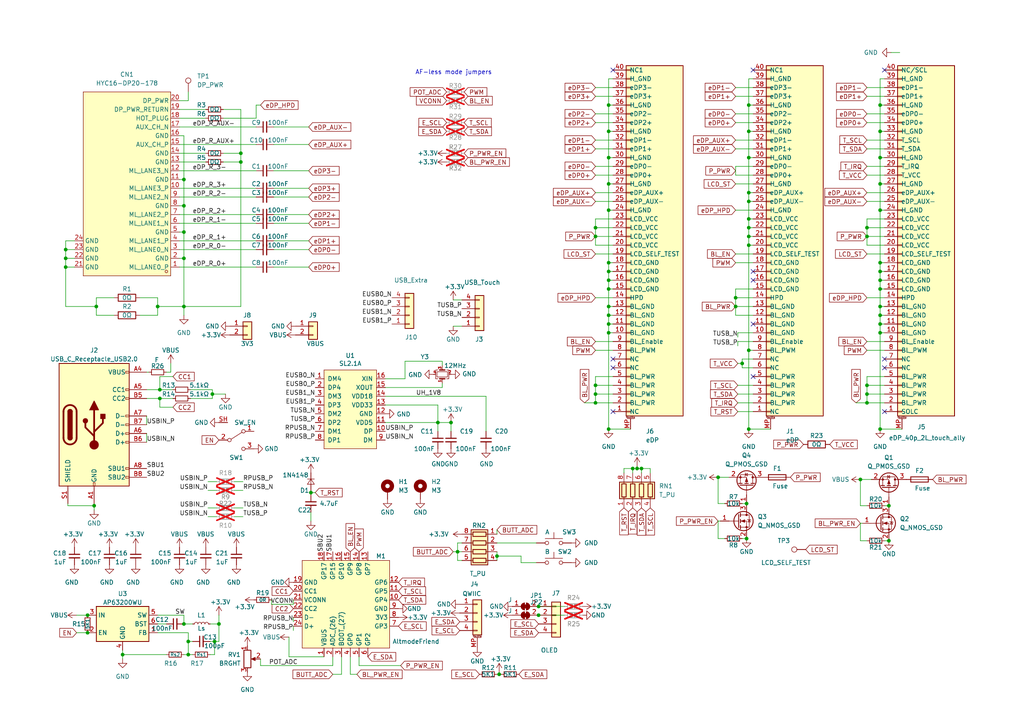
<source format=kicad_sch>
(kicad_sch (version 20231120) (generator "eeschema") (generator_version "8.0")
  (paper "A4")
  (title_block (title "EepyDP") (company "WifiCable"))
  (junction (at 255.27 81.28))
  (junction (at 156.21 175.895))
  (junction (at 176.53 30.48))
  (junction (at 176.53 93.98))
  (junction (at 251.46 116.84))
  (junction (at 27.94 88.9))
  (junction (at 217.17 45.72))
  (junction (at 255.27 60.96))
  (junction (at 54.61 189.865))
  (junction (at 127 122.555))
  (junction (at 35.56 189.865))
  (junction (at 255.27 88.9))
  (junction (at 53.34 52.07))
  (junction (at 27.305 146.685))
  (junction (at 53.34 59.69))
  (junction (at 251.46 68.58))
  (junction (at 172.72 111.76))
  (junction (at 19.05 77.47))
  (junction (at 176.53 45.72))
  (junction (at 46.355 113.03))
  (junction (at 25.4 178.435))
  (junction (at 46.355 115.57))
  (junction (at 217.17 101.6))
  (junction (at 172.72 116.84))
  (junction (at 19.05 72.39))
  (junction (at 255.27 96.52))
  (junction (at 249.555 139.065))
  (junction (at 217.17 71.12))
  (junction (at 19.05 74.93))
  (junction (at 208.28 138.43))
  (junction (at 53.34 74.93))
  (junction (at 217.17 63.5))
  (junction (at 216.535 156.21))
  (junction (at 255.27 124.46))
  (junction (at 176.53 78.74))
  (junction (at 255.27 91.44))
  (junction (at 176.53 91.44))
  (junction (at 217.17 38.1))
  (junction (at 184.785 135.89))
  (junction (at 215.265 105.41))
  (junction (at 255.27 38.1))
  (junction (at 217.17 55.88))
  (junction (at 156.21 178.435))
  (junction (at 216.535 146.05))
  (junction (at 172.72 114.3))
  (junction (at 176.53 83.82))
  (junction (at 251.46 111.76))
  (junction (at 53.34 88.9))
  (junction (at 251.46 66.04))
  (junction (at 217.17 68.58))
  (junction (at 144.78 195.58))
  (junction (at 130.81 122.555))
  (junction (at 217.17 124.46))
  (junction (at 176.53 124.46))
  (junction (at 176.53 38.1))
  (junction (at 255.27 53.34))
  (junction (at 53.34 180.975))
  (junction (at 25.4 183.515))
  (junction (at 183.515 135.89))
  (junction (at 213.36 88.9))
  (junction (at 176.53 60.96))
  (junction (at 176.53 88.9))
  (junction (at 90.17 142.875))
  (junction (at 61.595 114.3))
  (junction (at 213.36 86.36))
  (junction (at 54.61 186.055))
  (junction (at 144.145 161.29))
  (junction (at 255.27 76.2))
  (junction (at 217.17 58.42))
  (junction (at 69.85 44.45))
  (junction (at 69.85 46.99))
  (junction (at 257.81 156.845))
  (junction (at 172.72 66.04))
  (junction (at 132.715 160.02))
  (junction (at 251.46 114.3))
  (junction (at 255.27 83.82))
  (junction (at 257.81 146.685))
  (junction (at 255.27 78.74))
  (junction (at 217.17 66.04))
  (junction (at 255.27 30.48))
  (junction (at 63.5 180.975))
  (junction (at 186.055 135.89))
  (junction (at 176.53 81.28))
  (junction (at 217.17 30.48))
  (junction (at 45.72 88.9))
  (junction (at 62.23 186.055))
  (junction (at 53.34 67.31))
  (junction (at 176.53 76.2))
  (junction (at 176.53 53.34))
  (junction (at 255.27 93.98))
  (junction (at 255.27 45.72))
  (junction (at 172.72 68.58))
  (junction (at 176.53 96.52))
  (no_connect (at 256.54 104.14))
  (no_connect (at 256.54 106.68))
  (no_connect (at 218.44 93.98))
  (no_connect (at 218.44 20.32))
  (no_connect (at 177.8 119.38))
  (no_connect (at 177.8 106.68))
  (no_connect (at 177.8 104.14))
  (no_connect (at 256.54 119.38))
  (no_connect (at 256.54 20.32))
  (no_connect (at 177.8 20.32))
  (no_connect (at 218.44 109.22))
  (no_connect (at 218.44 78.74))
  (no_connect (at 218.44 81.28))
  (wire (pts (xy 74.295 34.29) (xy 64.77 34.29)))
  (wire (pts (xy 54.61 29.21) (xy 54.61 26.67)))
  (wire (pts (xy 19.685 146.685) (xy 27.305 146.685)))
  (wire (pts (xy 78.74 175.26) (xy 85.09 175.26)))
  (wire (pts (xy 251.46 111.76) (xy 251.46 109.22)))
  (wire (pts (xy 217.17 38.1) (xy 217.17 45.72)))
  (wire (pts (xy 63.5 178.435) (xy 63.5 180.975)))
  (wire (pts (xy 217.17 38.1) (xy 218.44 38.1)))
  (wire (pts (xy 54.61 189.865) (xy 55.88 189.865)))
  (wire (pts (xy 60.96 189.865) (xy 62.23 189.865)))
  (wire (pts (xy 176.53 60.96) (xy 177.8 60.96)))
  (wire (pts (xy 85.09 175.26) (xy 85.09 173.99)))
  (wire (pts (xy 251.46 58.42) (xy 256.54 58.42)))
  (wire (pts (xy 45.72 86.36) (xy 40.64 86.36)))
  (wire (pts (xy 144.145 161.29) (xy 144.145 160.02)))
  (wire (pts (xy 217.17 58.42) (xy 218.44 58.42)))
  (wire (pts (xy 19.05 88.9) (xy 27.94 88.9)))
  (wire (pts (xy 74.295 30.48) (xy 75.565 30.48)))
  (wire (pts (xy 217.17 124.46) (xy 223.52 124.46)))
  (wire (pts (xy 90.17 142.875) (xy 91.44 142.875)))
  (wire (pts (xy 251.46 71.12) (xy 251.46 68.58)))
  (wire (pts (xy 45.72 183.515) (xy 54.61 183.515)))
  (wire (pts (xy 69.85 31.75) (xy 69.85 44.45)))
  (wire (pts (xy 213.995 111.76) (xy 218.44 111.76)))
  (wire (pts (xy 52.07 77.47) (xy 74.295 77.47)))
  (wire (pts (xy 176.53 45.72) (xy 176.53 53.34)))
  (wire (pts (xy 176.53 30.48) (xy 177.8 30.48)))
  (wire (pts (xy 22.225 183.515) (xy 25.4 183.515)))
  (wire (pts (xy 53.34 74.93) (xy 53.34 88.9)))
  (wire (pts (xy 251.46 25.4) (xy 256.54 25.4)))
  (wire (pts (xy 155.575 157.48) (xy 144.145 157.48)))
  (wire (pts (xy 251.46 99.06) (xy 256.54 99.06)))
  (wire (pts (xy 215.265 105.41) (xy 215.265 104.14)))
  (wire (pts (xy 79.375 54.61) (xy 89.535 54.61)))
  (wire (pts (xy 52.07 39.37) (xy 53.34 39.37)))
  (wire (pts (xy 52.07 46.99) (xy 59.69 46.99)))
  (wire (pts (xy 213.36 86.36) (xy 213.36 88.9)))
  (wire (pts (xy 19.05 72.39) (xy 21.59 72.39)))
  (wire (pts (xy 176.53 53.34) (xy 176.53 60.96)))
  (wire (pts (xy 217.17 45.72) (xy 217.17 55.88)))
  (wire (pts (xy 144.145 153.67) (xy 144.145 154.94)))
  (wire (pts (xy 52.07 67.31) (xy 53.34 67.31)))
  (wire (pts (xy 69.85 46.99) (xy 69.85 88.9)))
  (wire (pts (xy 132.715 160.02) (xy 132.715 157.48)))
  (wire (pts (xy 251.46 114.3) (xy 256.54 114.3)))
  (wire (pts (xy 208.28 138.43) (xy 211.455 138.43)))
  (wire (pts (xy 172.72 66.04) (xy 172.72 63.5)))
  (wire (pts (xy 255.27 78.74) (xy 255.27 81.28)))
  (wire (pts (xy 117.475 109.855) (xy 117.475 104.775)))
  (wire (pts (xy 67.945 139.7) (xy 70.485 139.7)))
  (wire (pts (xy 217.17 68.58) (xy 217.17 71.12)))
  (wire (pts (xy 183.515 135.89) (xy 184.785 135.89)))
  (wire (pts (xy 69.85 44.45) (xy 69.85 46.99)))
  (wire (pts (xy 53.34 52.07) (xy 52.07 52.07)))
  (wire (pts (xy 128.27 112.395) (xy 128.27 111.125)))
  (wire (pts (xy 176.53 30.48) (xy 176.53 38.1)))
  (wire (pts (xy 67.945 147.32) (xy 70.485 147.32)))
  (wire (pts (xy 176.53 83.82) (xy 177.8 83.82)))
  (wire (pts (xy 176.53 93.98) (xy 176.53 96.52)))
  (wire (pts (xy 217.17 58.42) (xy 217.17 63.5)))
  (wire (pts (xy 155.575 163.195) (xy 151.13 163.195)))
  (wire (pts (xy 257.81 146.685) (xy 256.54 146.685)))
  (wire (pts (xy 62.865 147.32) (xy 60.325 147.32)))
  (wire (pts (xy 62.23 186.055) (xy 62.23 189.865)))
  (wire (pts (xy 172.72 86.36) (xy 177.8 86.36)))
  (wire (pts (xy 251.46 43.18) (xy 256.54 43.18)))
  (wire (pts (xy 27.305 146.05) (xy 27.305 146.685)))
  (wire (pts (xy 79.375 72.39) (xy 89.535 72.39)))
  (wire (pts (xy 52.07 36.83) (xy 74.295 36.83)))
  (wire (pts (xy 213.36 73.66) (xy 218.44 73.66)))
  (wire (pts (xy 49.53 105.41) (xy 49.53 107.95)))
  (wire (pts (xy 156.21 178.435) (xy 163.83 178.435)))
  (wire (pts (xy 176.53 91.44) (xy 176.53 93.98)))
  (wire (pts (xy 52.07 29.21) (xy 54.61 29.21)))
  (wire (pts (xy 19.05 77.47) (xy 19.05 88.9)))
  (wire (pts (xy 255.27 78.74) (xy 256.54 78.74)))
  (wire (pts (xy 251.46 63.5) (xy 256.54 63.5)))
  (wire (pts (xy 172.72 114.3) (xy 177.8 114.3)))
  (wire (pts (xy 217.17 30.48) (xy 217.17 38.1)))
  (wire (pts (xy 74.295 30.48) (xy 74.295 34.29)))
  (wire (pts (xy 50.165 109.22) (xy 46.355 109.22)))
  (wire (pts (xy 70.485 142.24) (xy 67.945 142.24)))
  (wire (pts (xy 217.17 71.12) (xy 218.44 71.12)))
  (wire (pts (xy 69.85 88.9) (xy 53.34 88.9)))
  (wire (pts (xy 255.27 38.1) (xy 255.27 45.72)))
  (wire (pts (xy 208.28 138.43) (xy 208.28 146.05)))
  (wire (pts (xy 255.27 76.2) (xy 255.27 78.74)))
  (wire (pts (xy 255.27 53.34) (xy 255.27 60.96)))
  (wire (pts (xy 111.76 122.555) (xy 127 122.555)))
  (wire (pts (xy 176.53 78.74) (xy 176.53 81.28)))
  (wire (pts (xy 255.27 88.9) (xy 255.27 91.44)))
  (wire (pts (xy 62.23 186.055) (xy 63.5 186.055)))
  (wire (pts (xy 218.44 106.68) (xy 215.265 106.68)))
  (wire (pts (xy 251.46 111.76) (xy 256.54 111.76)))
  (wire (pts (xy 53.34 39.37) (xy 53.34 52.07)))
  (wire (pts (xy 172.72 27.94) (xy 177.8 27.94)))
  (wire (pts (xy 172.72 68.58) (xy 172.72 71.12)))
  (wire (pts (xy 251.46 73.66) (xy 256.54 73.66)))
  (wire (pts (xy 127 122.555) (xy 130.81 122.555)))
  (wire (pts (xy 48.26 107.95) (xy 49.53 107.95)))
  (wire (pts (xy 255.27 60.96) (xy 256.54 60.96)))
  (wire (pts (xy 62.865 139.7) (xy 60.325 139.7)))
  (wire (pts (xy 213.995 97.79) (xy 213.995 96.52)))
  (wire (pts (xy 256.54 71.12) (xy 251.46 71.12)))
  (wire (pts (xy 216.535 146.05) (xy 215.265 146.05)))
  (wire (pts (xy 79.375 49.53) (xy 89.535 49.53)))
  (wire (pts (xy 50.165 113.03) (xy 46.355 113.03)))
  (wire (pts (xy 172.72 55.88) (xy 177.8 55.88)))
  (wire (pts (xy 19.05 69.85) (xy 19.05 72.39)))
  (wire (pts (xy 176.53 60.96) (xy 176.53 76.2)))
  (wire (pts (xy 79.375 62.23) (xy 89.535 62.23)))
  (wire (pts (xy 176.53 96.52) (xy 177.8 96.52)))
  (wire (pts (xy 176.53 81.28) (xy 177.8 81.28)))
  (wire (pts (xy 42.545 107.95) (xy 43.18 107.95)))
  (wire (pts (xy 78.74 175.26) (xy 78.74 173.99)))
  (wire (pts (xy 176.53 91.44) (xy 177.8 91.44)))
  (wire (pts (xy 217.17 101.6) (xy 218.44 101.6)))
  (wire (pts (xy 217.17 63.5) (xy 218.44 63.5)))
  (wire (pts (xy 45.72 180.975) (xy 48.26 180.975)))
  (wire (pts (xy 186.055 135.89) (xy 186.055 137.16)))
  (wire (pts (xy 176.53 38.1) (xy 176.53 45.72)))
  (wire (pts (xy 60.96 186.055) (xy 62.23 186.055)))
  (wire (pts (xy 133.985 86.995) (xy 131.445 86.995)))
  (wire (pts (xy 172.72 50.8) (xy 177.8 50.8)))
  (wire (pts (xy 251.46 114.3) (xy 251.46 116.84)))
  (wire (pts (xy 46.355 109.22) (xy 46.355 113.03)))
  (wire (pts (xy 64.77 31.75) (xy 69.85 31.75)))
  (wire (pts (xy 256.54 22.86) (xy 255.27 22.86)))
  (wire (pts (xy 53.34 67.31) (xy 53.34 59.69)))
  (wire (pts (xy 213.36 48.26) (xy 218.44 48.26)))
  (wire (pts (xy 255.27 81.28) (xy 256.54 81.28)))
  (wire (pts (xy 46.355 115.57) (xy 42.545 115.57)))
  (wire (pts (xy 132.715 162.56) (xy 132.715 160.02)))
  (wire (pts (xy 215.265 104.14) (xy 218.44 104.14)))
  (wire (pts (xy 184.785 135.89) (xy 186.055 135.89)))
  (wire (pts (xy 131.445 160.02) (xy 132.715 160.02)))
  (wire (pts (xy 40.64 91.44) (xy 45.72 91.44)))
  (wire (pts (xy 208.28 156.21) (xy 210.185 156.21)))
  (wire (pts (xy 251.46 27.94) (xy 256.54 27.94)))
  (wire (pts (xy 251.46 86.36) (xy 256.54 86.36)))
  (wire (pts (xy 111.76 117.475) (xy 127 117.475)))
  (wire (pts (xy 61.595 114.3) (xy 61.595 113.03)))
  (wire (pts (xy 213.36 27.94) (xy 218.44 27.94)))
  (wire (pts (xy 96.52 195.58) (xy 99.06 195.58)))
  (wire (pts (xy 249.555 139.065) (xy 249.555 146.685)))
  (wire (pts (xy 172.72 43.18) (xy 177.8 43.18)))
  (wire (pts (xy 251.46 66.04) (xy 256.54 66.04)))
  (wire (pts (xy 172.72 33.02) (xy 177.8 33.02)))
  (wire (pts (xy 213.36 43.18) (xy 218.44 43.18)))
  (wire (pts (xy 172.72 66.04) (xy 177.8 66.04)))
  (wire (pts (xy 176.53 83.82) (xy 176.53 88.9)))
  (wire (pts (xy 255.27 53.34) (xy 256.54 53.34)))
  (wire (pts (xy 53.34 88.9) (xy 45.72 88.9)))
  (wire (pts (xy 101.6 190.5) (xy 101.6 195.58)))
  (wire (pts (xy 217.17 55.88) (xy 218.44 55.88)))
  (wire (pts (xy 79.375 36.83) (xy 89.535 36.83)))
  (wire (pts (xy 213.995 105.41) (xy 215.265 105.41)))
  (wire (pts (xy 27.94 88.9) (xy 27.94 86.36)))
  (wire (pts (xy 255.27 81.28) (xy 255.27 83.82)))
  (wire (pts (xy 213.36 60.96) (xy 218.44 60.96)))
  (wire (pts (xy 60.325 149.86) (xy 62.865 149.86)))
  (wire (pts (xy 208.28 151.13) (xy 208.28 156.21)))
  (wire (pts (xy 130.81 122.555) (xy 130.81 125.095)))
  (wire (pts (xy 61.595 115.57) (xy 61.595 114.3)))
  (wire (pts (xy 19.05 74.93) (xy 21.59 74.93)))
  (wire (pts (xy 52.07 74.93) (xy 53.34 74.93)))
  (wire (pts (xy 255.27 60.96) (xy 255.27 76.2)))
  (wire (pts (xy 64.77 44.45) (xy 69.85 44.45)))
  (wire (pts (xy 251.46 35.56) (xy 256.54 35.56)))
  (wire (pts (xy 133.985 162.56) (xy 132.715 162.56)))
  (wire (pts (xy 251.46 66.04) (xy 251.46 63.5)))
  (wire (pts (xy 69.85 46.99) (xy 64.77 46.99)))
  (wire (pts (xy 128.27 104.775) (xy 128.27 106.045)))
  (wire (pts (xy 46.355 113.03) (xy 42.545 113.03)))
  (wire (pts (xy 52.07 57.15) (xy 74.295 57.15)))
  (wire (pts (xy 213.995 114.3) (xy 218.44 114.3)))
  (wire (pts (xy 54.61 186.055) (xy 54.61 189.865)))
  (wire (pts (xy 19.05 77.47) (xy 21.59 77.47)))
  (wire (pts (xy 52.07 69.85) (xy 74.295 69.85)))
  (wire (pts (xy 255.27 96.52) (xy 255.27 124.46)))
  (wire (pts (xy 61.595 114.3) (xy 65.405 114.3)))
  (wire (pts (xy 255.27 76.2) (xy 256.54 76.2)))
  (wire (pts (xy 213.995 119.38) (xy 218.44 119.38)))
  (wire (pts (xy 172.72 111.76) (xy 177.8 111.76)))
  (wire (pts (xy 83.82 190.5) (xy 93.98 190.5)))
  (wire (pts (xy 52.07 34.29) (xy 59.69 34.29)))
  (wire (pts (xy 213.36 35.56) (xy 218.44 35.56)))
  (wire (pts (xy 53.34 74.93) (xy 53.34 67.31)))
  (wire (pts (xy 251.46 48.26) (xy 256.54 48.26)))
  (wire (pts (xy 42.545 120.65) (xy 42.545 123.19)))
  (wire (pts (xy 176.53 38.1) (xy 177.8 38.1)))
  (wire (pts (xy 177.8 116.84) (xy 172.72 116.84)))
  (wire (pts (xy 172.72 109.22) (xy 177.8 109.22)))
  (wire (pts (xy 52.07 72.39) (xy 74.295 72.39)))
  (wire (pts (xy 217.17 66.04) (xy 217.17 68.58)))
  (wire (pts (xy 217.17 30.48) (xy 218.44 30.48)))
  (wire (pts (xy 54.61 189.865) (xy 53.34 189.865)))
  (wire (pts (xy 144.145 161.29) (xy 144.145 162.56)))
  (wire (pts (xy 251.46 101.6) (xy 256.54 101.6)))
  (wire (pts (xy 104.14 193.04) (xy 116.205 193.04)))
  (wire (pts (xy 172.72 101.6) (xy 177.8 101.6)))
  (wire (pts (xy 218.44 22.86) (xy 217.17 22.86)))
  (wire (pts (xy 172.72 114.3) (xy 172.72 116.84)))
  (wire (pts (xy 176.53 22.86) (xy 176.53 30.48)))
  (wire (pts (xy 176.53 88.9) (xy 177.8 88.9)))
  (wire (pts (xy 35.56 189.865) (xy 48.26 189.865)))
  (wire (pts (xy 176.53 78.74) (xy 177.8 78.74)))
  (wire (pts (xy 144.145 195.58) (xy 144.78 195.58)))
  (wire (pts (xy 172.72 66.04) (xy 172.72 68.58)))
  (wire (pts (xy 251.46 50.8) (xy 256.54 50.8)))
  (wire (pts (xy 255.27 30.48) (xy 256.54 30.48)))
  (wire (pts (xy 99.06 195.58) (xy 99.06 190.5)))
  (wire (pts (xy 255.27 124.46) (xy 261.62 124.46)))
  (wire (pts (xy 27.305 146.685) (xy 27.305 147.955)))
  (wire (pts (xy 169.545 116.84) (xy 172.72 116.84)))
  (wire (pts (xy 19.05 74.93) (xy 19.05 77.47)))
  (wire (pts (xy 218.44 91.44) (xy 213.36 91.44)))
  (wire (pts (xy 79.375 77.47) (xy 89.535 77.47)))
  (wire (pts (xy 176.53 76.2) (xy 177.8 76.2)))
  (wire (pts (xy 213.36 25.4) (xy 218.44 25.4)))
  (wire (pts (xy 172.72 73.66) (xy 177.8 73.66)))
  (wire (pts (xy 79.375 57.15) (xy 89.535 57.15)))
  (wire (pts (xy 144.78 195.58) (xy 145.415 195.58)))
  (wire (pts (xy 180.975 137.16) (xy 180.975 135.89)))
  (wire (pts (xy 255.27 91.44) (xy 256.54 91.44)))
  (wire (pts (xy 33.02 91.44) (xy 27.94 91.44)))
  (wire (pts (xy 217.17 45.72) (xy 218.44 45.72)))
  (wire (pts (xy 19.05 72.39) (xy 19.05 74.93)))
  (wire (pts (xy 45.72 178.435) (xy 53.34 178.435)))
  (wire (pts (xy 184.785 135.255) (xy 184.785 135.89)))
  (wire (pts (xy 177.8 71.12) (xy 172.72 71.12)))
  (wire (pts (xy 177.8 22.86) (xy 176.53 22.86)))
  (wire (pts (xy 27.94 86.36) (xy 33.02 86.36)))
  (wire (pts (xy 132.715 157.48) (xy 133.985 157.48)))
  (wire (pts (xy 42.545 125.73) (xy 42.545 128.27)))
  (wire (pts (xy 251.46 40.64) (xy 256.54 40.64)))
  (wire (pts (xy 251.46 55.88) (xy 256.54 55.88)))
  (wire (pts (xy 180.975 135.89) (xy 183.515 135.89)))
  (wire (pts (xy 213.36 33.02) (xy 218.44 33.02)))
  (wire (pts (xy 52.07 31.75) (xy 59.69 31.75)))
  (wire (pts (xy 176.53 76.2) (xy 176.53 78.74)))
  (wire (pts (xy 22.225 178.435) (xy 25.4 178.435)))
  (wire (pts (xy 176.53 124.46) (xy 182.88 124.46)))
  (wire (pts (xy 213.36 53.34) (xy 218.44 53.34)))
  (wire (pts (xy 45.72 88.9) (xy 45.72 86.36)))
  (wire (pts (xy 217.17 68.58) (xy 218.44 68.58)))
  (wire (pts (xy 249.555 151.765) (xy 249.555 156.845)))
  (wire (pts (xy 208.28 146.05) (xy 210.185 146.05)))
  (wire (pts (xy 213.36 50.8) (xy 218.44 50.8)))
  (wire (pts (xy 172.72 68.58) (xy 177.8 68.58)))
  (wire (pts (xy 172.72 111.76) (xy 172.72 109.22)))
  (wire (pts (xy 61.595 113.03) (xy 55.245 113.03)))
  (wire (pts (xy 249.555 151.765) (xy 250.19 151.765)))
  (wire (pts (xy 117.475 104.775) (xy 128.27 104.775)))
  (wire (pts (xy 104.14 190.5) (xy 104.14 193.04)))
  (wire (pts (xy 79.375 64.77) (xy 89.535 64.77)))
  (wire (pts (xy 188.595 135.89) (xy 188.595 137.16)))
  (wire (pts (xy 176.53 93.98) (xy 177.8 93.98)))
  (wire (pts (xy 131.445 94.615) (xy 133.985 94.615)))
  (wire (pts (xy 258.445 15.24) (xy 260.985 15.24)))
  (wire (pts (xy 176.53 53.34) (xy 177.8 53.34)))
  (wire (pts (xy 249.555 146.685) (xy 251.46 146.685)))
  (wire (pts (xy 111.76 109.855) (xy 117.475 109.855)))
  (wire (pts (xy 90.17 142.24) (xy 90.17 142.875)))
  (wire (pts (xy 255.27 93.98) (xy 255.27 96.52)))
  (wire (pts (xy 176.53 96.52) (xy 176.53 124.46)))
  (wire (pts (xy 111.76 112.395) (xy 128.27 112.395)))
  (wire (pts (xy 35.56 188.595) (xy 35.56 189.865)))
  (wire (pts (xy 50.165 115.57) (xy 46.355 115.57)))
  (wire (pts (xy 213.995 116.84) (xy 218.44 116.84)))
  (wire (pts (xy 248.285 116.84) (xy 251.46 116.84)))
  (wire (pts (xy 172.72 99.06) (xy 177.8 99.06)))
  (wire (pts (xy 215.265 156.21) (xy 216.535 156.21)))
  (wire (pts (xy 53.34 88.9) (xy 53.34 91.44)))
  (wire (pts (xy 156.21 175.895) (xy 163.83 175.895)))
  (wire (pts (xy 255.27 38.1) (xy 256.54 38.1)))
  (wire (pts (xy 213.36 83.82) (xy 218.44 83.82)))
  (wire (pts (xy 255.27 88.9) (xy 256.54 88.9)))
  (wire (pts (xy 255.27 83.82) (xy 255.27 88.9)))
  (wire (pts (xy 70.485 149.86) (xy 67.945 149.86)))
  (wire (pts (xy 90.17 142.875) (xy 90.17 143.51)))
  (wire (pts (xy 213.36 48.26) (xy 213.36 50.8)))
  (wire (pts (xy 52.07 54.61) (xy 74.295 54.61)))
  (wire (pts (xy 45.72 91.44) (xy 45.72 88.9)))
  (wire (pts (xy 215.265 106.68) (xy 215.265 105.41)))
  (wire (pts (xy 208.28 151.13) (xy 208.915 151.13)))
  (wire (pts (xy 217.17 66.04) (xy 218.44 66.04)))
  (wire (pts (xy 46.355 118.11) (xy 46.355 115.57)))
  (wire (pts (xy 127 117.475) (xy 127 122.555)))
  (wire (pts (xy 213.36 86.36) (xy 218.44 86.36)))
  (wire (pts (xy 75.565 193.04) (xy 96.52 193.04)))
  (wire (pts (xy 53.34 180.975) (xy 53.34 178.435)))
  (wire (pts (xy 54.61 186.055) (xy 55.88 186.055)))
  (wire (pts (xy 172.72 63.5) (xy 177.8 63.5)))
  (wire (pts (xy 79.375 69.85) (xy 89.535 69.85)))
  (wire (pts (xy 249.555 156.845) (xy 251.46 156.845)))
  (wire (pts (xy 54.61 183.515) (xy 54.61 186.055)))
  (wire (pts (xy 213.36 86.36) (xy 213.36 83.82)))
  (wire (pts (xy 52.07 62.23) (xy 74.295 62.23)))
  (wire (pts (xy 172.72 35.56) (xy 177.8 35.56)))
  (wire (pts (xy 90.17 151.13) (xy 90.17 148.59)))
  (wire (pts (xy 176.53 88.9) (xy 176.53 91.44)))
  (wire (pts (xy 21.59 69.85) (xy 19.05 69.85)))
  (wire (pts (xy 255.27 93.98) (xy 256.54 93.98)))
  (wire (pts (xy 256.54 156.845) (xy 257.81 156.845)))
  (wire (pts (xy 256.54 116.84) (xy 251.46 116.84)))
  (wire (pts (xy 52.07 49.53) (xy 74.295 49.53)))
  (wire (pts (xy 75.565 191.135) (xy 75.565 193.04)))
  (wire (pts (xy 172.72 114.3) (xy 172.72 111.76)))
  (wire (pts (xy 217.17 71.12) (xy 217.17 101.6)))
  (wire (pts (xy 255.27 91.44) (xy 255.27 93.98)))
  (wire (pts (xy 172.72 25.4) (xy 177.8 25.4)))
  (wire (pts (xy 27.94 91.44) (xy 27.94 88.9)))
  (wire (pts (xy 183.515 135.89) (xy 183.515 137.16)))
  (wire (pts (xy 52.07 59.69) (xy 53.34 59.69)))
  (wire (pts (xy 213.36 88.9) (xy 213.36 91.44)))
  (wire (pts (xy 251.46 109.22) (xy 256.54 109.22)))
  (wire (pts (xy 172.72 40.64) (xy 177.8 40.64)))
  (wire (pts (xy 52.07 44.45) (xy 59.69 44.45)))
  (wire (pts (xy 213.36 88.9) (xy 218.44 88.9)))
  (wire (pts (xy 249.555 139.065) (xy 252.73 139.065)))
  (wire (pts (xy 52.07 41.91) (xy 74.295 41.91)))
  (wire (pts (xy 19.685 146.05) (xy 19.685 146.685)))
  (wire (pts (xy 85.09 180.34) (xy 85.09 179.07)))
  (wire (pts (xy 140.97 114.935) (xy 140.97 125.095)))
  (wire (pts (xy 251.46 33.02) (xy 256.54 33.02)))
  (wire (pts (xy 60.325 142.24) (xy 62.865 142.24)))
  (wire (pts (xy 96.52 193.04) (xy 96.52 190.5)))
  (wire (pts (xy 217.17 63.5) (xy 217.17 66.04)))
  (wire (pts (xy 251.46 68.58) (xy 256.54 68.58)))
  (wire (pts (xy 53.34 59.69) (xy 53.34 52.07)))
  (wire (pts (xy 132.715 160.02) (xy 133.985 160.02)))
  (wire (pts (xy 176.53 45.72) (xy 177.8 45.72)))
  (wire (pts (xy 213.995 96.52) (xy 218.44 96.52)))
  (wire (pts (xy 144.78 194.945) (xy 144.78 195.58)))
  (wire (pts (xy 35.56 189.865) (xy 35.56 191.135)))
  (wire (pts (xy 251.46 114.3) (xy 251.46 111.76)))
  (wire (pts (xy 55.245 115.57) (xy 61.595 115.57)))
  (wire (pts (xy 176.53 81.28) (xy 176.53 83.82)))
  (wire (pts (xy 79.375 41.91) (xy 89.535 41.91)))
  (wire (pts (xy 83.82 184.785) (xy 83.82 190.5)))
  (wire (pts (xy 111.76 114.935) (xy 140.97 114.935)))
  (wire (pts (xy 213.995 100.33) (xy 213.995 99.06)))
  (wire (pts (xy 255.27 96.52) (xy 256.54 96.52)))
  (wire (pts (xy 255.27 30.48) (xy 255.27 38.1)))
  (wire (pts (xy 217.17 22.86) (xy 217.17 30.48)))
  (wire (pts (xy 213.36 76.2) (xy 218.44 76.2)))
  (wire (pts (xy 217.17 101.6) (xy 217.17 124.46)))
  (wire (pts (xy 172.72 58.42) (xy 177.8 58.42)))
  (wire (pts (xy 151.13 161.29) (xy 144.145 161.29)))
  (wire (pts (xy 255.27 22.86) (xy 255.27 30.48)))
  (wire (pts (xy 52.07 64.77) (xy 74.295 64.77)))
  (wire (pts (xy 217.17 55.88) (xy 217.17 58.42)))
  (wire (pts (xy 127 122.555) (xy 127 125.095)))
  (wire (pts (xy 255.27 45.72) (xy 256.54 45.72)))
  (wire (pts (xy 63.5 186.055) (xy 63.5 180.975)))
  (wire (pts (xy 53.34 180.975) (xy 55.88 180.975)))
  (wire (pts (xy 63.5 180.975) (xy 60.96 180.975)))
  (wire (pts (xy 255.27 45.72) (xy 255.27 53.34)))
  (wire (pts (xy 85.09 182.88) (xy 85.09 181.61)))
  (wire (pts (xy 251.46 68.58) (xy 251.46 66.04)))
  (wire (pts (xy 186.055 135.89) (xy 188.595 135.89)))
  (wire (pts (xy 151.13 163.195) (xy 151.13 161.29)))
  (wire (pts (xy 46.355 118.11) (xy 50.165 118.11)))
  (wire (pts (xy 213.995 99.06) (xy 218.44 99.06)))
  (wire (pts (xy 255.27 83.82) (xy 256.54 83.82)))
  (wire (pts (xy 101.6 195.58) (xy 103.505 195.58)))
  (wire (pts (xy 213.36 40.64) (xy 218.44 40.64)))
  (wire (pts (xy 172.72 48.26) (xy 177.8 48.26)))
  (text "AF-less mode jumpers" (at 131.572 21.082 0) (effects (font (size 1.27 1.27))))
  (label "eDP_R_2+" (at 55.88 62.23 0))
  (label "USBIN_N" (at 42.545 128.27 0))
  (label "EUSB0_P" (at 91.44 112.395 180))
  (label "eDP_R_AUX-" (at 55.88 36.83 0))
  (label "SBU1" (at 96.52 160.02 90))
  (label "eDP_R_0-" (at 55.88 72.39 0))
  (label "EUSB1_P" (at 113.665 93.98 180))
  (label "TUSB_P" (at 133.985 89.535 180))
  (label "RPUSB_P" (at 85.09 182.88 180))
  (label "EUSB1_N" (at 113.665 91.44 180))
  (label "eDP_R_3+" (at 55.88 54.61 0))
  (label "USBIN_P" (at 60.325 139.7 180))
  (label "EUSB1_P" (at 91.44 117.475 180))
  (label "eDP_R_1-" (at 55.88 64.77 0))
  (label "TUSB_N" (at 70.485 147.32 0))
  (label "EUSB1_N" (at 91.44 114.935 180))
  (label "eDP_R_AUX+" (at 55.88 41.91 0))
  (label "POT_ADC" (at 86.36 193.04 180))
  (label "EUSB0_P" (at 113.665 88.9 180))
  (label "TUSB_N" (at 133.985 92.075 180))
  (label "SBU2" (at 42.545 138.43 0))
  (label "eDP_R_0+" (at 55.88 77.47 0))
  (label "TUSB_P" (at 91.44 122.555 180))
  (label "VCONN" (at 85.09 175.26 180))
  (label "RPUSB_N" (at 91.44 125.095 180))
  (label "TUSB_P" (at 213.995 100.33 180))
  (label "RPUSB_P" (at 70.485 139.7 0))
  (label "SBU2" (at 93.98 160.02 90))
  (label "EUSB0_N" (at 91.44 109.855 180))
  (label "USBIN_N" (at 60.325 142.24 180))
  (label "USBIN_N" (at 60.325 149.86 180))
  (label "USBIN_P" (at 111.76 125.095 0))
  (label "eDP_R_2-" (at 55.88 57.15 0))
  (label "RPUSB_N" (at 85.09 180.34 180))
  (label "SBU1" (at 42.545 135.89 0))
  (label "USBIN_P" (at 42.545 123.19 0))
  (label "USBIN_P" (at 60.325 147.32 180))
  (label "eDP_R_3-" (at 55.88 49.53 0))
  (label "TUSB_N" (at 91.44 120.015 180))
  (label "TUSB_N" (at 213.995 97.79 180))
  (label "SW" (at 50.8 178.435 0))
  (label "eDP_R_1+" (at 55.88 69.85 0))
  (label "RPUSB_N" (at 70.485 142.24 0))
  (label "EUSB0_N" (at 113.665 86.36 180))
  (label "TUSB_P" (at 70.485 149.86 0))
  (label "RPUSB_P" (at 91.44 127.635 180))
  (label "USBIN_N" (at 111.76 127.635 0))
  (label "UH_1V8" (at 120.65 114.935 0))
  (global_label "BL_EN" (shape input) (at 213.36 73.66 180) (property "Intersheetrefs" "${INTERSHEET_REFS}" (effects (hide yes))))
  (global_label "E_SDA" (shape input) (at 156.21 183.515 180) (property "Intersheetrefs" "${INTERSHEET_REFS}" (effects (hide yes))))
  (global_label "eDP0+" (shape input) (at 172.72 50.8 180) (property "Intersheetrefs" "${INTERSHEET_REFS}" (effects (hide yes))))
  (global_label "P_PWR" (shape input) (at 229.235 138.43 0) (property "Intersheetrefs" "${INTERSHEET_REFS}" (effects (hide yes))))
  (global_label "T_SDA" (shape input) (at 251.46 43.18 180) (property "Intersheetrefs" "${INTERSHEET_REFS}" (effects (hide yes))))
  (global_label "eDP_HPD" (shape input) (at 251.46 86.36 180) (property "Intersheetrefs" "${INTERSHEET_REFS}" (effects (hide yes))))
  (global_label "BUTT_ADC" (shape input) (at 131.445 160.02 180) (property "Intersheetrefs" "${INTERSHEET_REFS}" (effects (hide yes))))
  (global_label "P_PWR" (shape input) (at 251.46 68.58 180) (property "Intersheetrefs" "${INTERSHEET_REFS}" (effects (hide yes))))
  (global_label "EN" (shape input) (at 63.5 127.635 180) (property "Intersheetrefs" "${INTERSHEET_REFS}" (effects (hide yes))))
  (global_label "BL_PWR_EN" (shape input) (at 103.505 195.58 0) (property "Intersheetrefs" "${INTERSHEET_REFS}" (effects (hide yes))))
  (global_label "eDP3-" (shape input) (at 172.72 25.4 180) (property "Intersheetrefs" "${INTERSHEET_REFS}" (effects (hide yes))))
  (global_label "eDP_HPD" (shape input) (at 75.565 30.48 0) (property "Intersheetrefs" "${INTERSHEET_REFS}" (effects (hide yes))))
  (global_label "eDP_AUX-" (shape input) (at 89.535 36.83 0) (property "Intersheetrefs" "${INTERSHEET_REFS}" (effects (hide yes))))
  (global_label "P_PWR" (shape input) (at 172.72 68.58 180) (property "Intersheetrefs" "${INTERSHEET_REFS}" (effects (hide yes))))
  (global_label "E_SCL" (shape input) (at 133.35 182.88 180) (property "Intersheetrefs" "${INTERSHEET_REFS}" (effects (hide yes))))
  (global_label "CC2" (shape input) (at 50.165 118.11 0) (property "Intersheetrefs" "${INTERSHEET_REFS}" (effects (hide yes))))
  (global_label "eDP0+" (shape input) (at 89.535 77.47 0) (property "Intersheetrefs" "${INTERSHEET_REFS}" (effects (hide yes))))
  (global_label "T_IRQ" (shape input) (at 115.57 168.91 0) (property "Intersheetrefs" "${INTERSHEET_REFS}" (effects (hide yes))))
  (global_label "BUTT_ADC" (shape input) (at 96.52 195.58 180) (property "Intersheetrefs" "${INTERSHEET_REFS}" (effects (hide yes))))
  (global_label "eDP1-" (shape input) (at 251.46 25.4 180) (property "Intersheetrefs" "${INTERSHEET_REFS}" (effects (hide yes))))
  (global_label "eDP_AUX+" (shape input) (at 213.36 40.64 180) (property "Intersheetrefs" "${INTERSHEET_REFS}" (effects (hide yes))))
  (global_label "LCD_ST" (shape input) (at 172.72 73.66 180) (property "Intersheetrefs" "${INTERSHEET_REFS}" (effects (hide yes))))
  (global_label "T_IRQ" (shape input) (at 213.995 116.84 180) (property "Intersheetrefs" "${INTERSHEET_REFS}" (effects (hide yes))))
  (global_label "BUTT_ADC" (shape input) (at 144.145 153.67 0) (property "Intersheetrefs" "${INTERSHEET_REFS}" (effects (hide yes))))
  (global_label "T_IRQ" (shape input) (at 251.46 48.26 180) (property "Intersheetrefs" "${INTERSHEET_REFS}" (effects (hide yes))))
  (global_label "LCD_ST" (shape input) (at 233.68 159.385 0) (property "Intersheetrefs" "${INTERSHEET_REFS}" (effects (hide yes))))
  (global_label "T_SCL" (shape input) (at 115.57 171.45 0) (property "Intersheetrefs" "${INTERSHEET_REFS}" (effects (hide yes))))
  (global_label "T_VCC" (shape input) (at 251.46 50.8 180) (property "Intersheetrefs" "${INTERSHEET_REFS}" (effects (hide yes))))
  (global_label "CC2" (shape input) (at 85.09 176.53 180) (property "Intersheetrefs" "${INTERSHEET_REFS}" (effects (hide yes))))
  (global_label "E_SCL" (shape input) (at 115.57 181.61 0) (property "Intersheetrefs" "${INTERSHEET_REFS}" (effects (hide yes))))
  (global_label "P_PWR_EN" (shape input) (at 134.62 44.45 0) (property "Intersheetrefs" "${INTERSHEET_REFS}" (effects (hide yes))))
  (global_label "eDP_AUX+" (shape input) (at 172.72 55.88 180) (property "Intersheetrefs" "${INTERSHEET_REFS}" (effects (hide yes))))
  (global_label "PWM" (shape input) (at 134.62 26.67 0) (property "Intersheetrefs" "${INTERSHEET_REFS}" (effects (hide yes))))
  (global_label "PWM" (shape input) (at 104.14 160.02 90) (property "Intersheetrefs" "${INTERSHEET_REFS}" (effects (hide yes))))
  (global_label "LCD_ST" (shape input) (at 213.36 53.34 180) (property "Intersheetrefs" "${INTERSHEET_REFS}" (effects (hide yes))))
  (global_label "eDP3+" (shape input) (at 172.72 27.94 180) (property "Intersheetrefs" "${INTERSHEET_REFS}" (effects (hide yes))))
  (global_label "P_PWR_EN" (shape input) (at 208.28 151.13 180) (property "Intersheetrefs" "${INTERSHEET_REFS}" (effects (hide yes))))
  (global_label "T_RST" (shape input) (at 180.975 147.32 270) (property "Intersheetrefs" "${INTERSHEET_REFS}" (effects (hide yes))))
  (global_label "eDP_HPD" (shape input) (at 213.36 60.96 180) (property "Intersheetrefs" "${INTERSHEET_REFS}" (effects (hide yes))))
  (global_label "T_SDA" (shape input) (at 213.995 114.3 180) (property "Intersheetrefs" "${INTERSHEET_REFS}" (effects (hide yes))))
  (global_label "E_SCL" (shape input) (at 139.065 195.58 180) (property "Intersheetrefs" "${INTERSHEET_REFS}" (effects (hide yes))))
  (global_label "VCONN" (shape input) (at 129.54 29.21 180) (property "Intersheetrefs" "${INTERSHEET_REFS}" (effects (hide yes))))
  (global_label "BL_PWR" (shape input) (at 270.51 139.065 0) (property "Intersheetrefs" "${INTERSHEET_REFS}" (effects (hide yes))))
  (global_label "P_PWR_EN" (shape input) (at 116.205 193.04 0) (property "Intersheetrefs" "${INTERSHEET_REFS}" (effects (hide yes))))
  (global_label "T_SDA" (shape input) (at 115.57 173.99 0) (property "Intersheetrefs" "${INTERSHEET_REFS}" (effects (hide yes))))
  (global_label "BL_EN" (shape input) (at 134.62 29.21 0) (property "Intersheetrefs" "${INTERSHEET_REFS}" (effects (hide yes))))
  (global_label "eDP2+" (shape input) (at 89.535 62.23 0) (property "Intersheetrefs" "${INTERSHEET_REFS}" (effects (hide yes))))
  (global_label "eDP2-" (shape input) (at 172.72 33.02 180) (property "Intersheetrefs" "${INTERSHEET_REFS}" (effects (hide yes))))
  (global_label "T_VCC" (shape input) (at 240.665 128.905 0) (property "Intersheetrefs" "${INTERSHEET_REFS}" (effects (hide yes))))
  (global_label "E_SDA" (shape input) (at 129.54 38.1 180) (property "Intersheetrefs" "${INTERSHEET_REFS}" (effects (hide yes))))
  (global_label "E_SCL" (shape input) (at 129.54 35.56 180) (property "Intersheetrefs" "${INTERSHEET_REFS}" (effects (hide yes))))
  (global_label "CC1" (shape input) (at 50.165 109.22 0) (property "Intersheetrefs" "${INTERSHEET_REFS}" (effects (hide yes))))
  (global_label "BL_PWR_EN" (shape input) (at 134.62 46.99 0) (property "Intersheetrefs" "${INTERSHEET_REFS}" (effects (hide yes))))
  (global_label "PWM" (shape input) (at 172.72 101.6 180) (property "Intersheetrefs" "${INTERSHEET_REFS}" (effects (hide yes))))
  (global_label "eDP2-" (shape input) (at 89.535 57.15 0) (property "Intersheetrefs" "${INTERSHEET_REFS}" (effects (hide yes))))
  (global_label "T_IRQ" (shape input) (at 183.515 147.32 270) (property "Intersheetrefs" "${INTERSHEET_REFS}" (effects (hide yes))))
  (global_label "eDP1-" (shape input) (at 213.36 25.4 180) (property "Intersheetrefs" "${INTERSHEET_REFS}" (effects (hide yes))))
  (global_label "EN" (shape input) (at 22.225 183.515 180) (property "Intersheetrefs" "${INTERSHEET_REFS}" (effects (hide yes))))
  (global_label "eDP_AUX-" (shape input) (at 172.72 58.42 180) (property "Intersheetrefs" "${INTERSHEET_REFS}" (effects (hide yes))))
  (global_label "eDP0+" (shape input) (at 213.36 35.56 180) (property "Intersheetrefs" "${INTERSHEET_REFS}" (effects (hide yes))))
  (global_label "eDP_AUX+" (shape input) (at 251.46 55.88 180) (property "Intersheetrefs" "${INTERSHEET_REFS}" (effects (hide yes))))
  (global_label "E_SDA" (shape input) (at 150.495 195.58 0) (property "Intersheetrefs" "${INTERSHEET_REFS}" (effects (hide yes))))
  (global_label "T_SDA" (shape input) (at 186.055 147.32 270) (property "Intersheetrefs" "${INTERSHEET_REFS}" (effects (hide yes))))
  (global_label "PWM" (shape input) (at 213.36 76.2 180) (property "Intersheetrefs" "${INTERSHEET_REFS}" (effects (hide yes))))
  (global_label "T_SDA" (shape input) (at 134.62 38.1 0) (property "Intersheetrefs" "${INTERSHEET_REFS}" (effects (hide yes))))
  (global_label "T_VCC" (shape input) (at 213.995 105.41 180) (property "Intersheetrefs" "${INTERSHEET_REFS}" (effects (hide yes))))
  (global_label "eDP1+" (shape input) (at 89.535 69.85 0) (property "Intersheetrefs" "${INTERSHEET_REFS}" (effects (hide yes))))
  (global_label "eDP1-" (shape input) (at 172.72 40.64 180) (property "Intersheetrefs" "${INTERSHEET_REFS}" (effects (hide yes))))
  (global_label "eDP0-" (shape input) (at 89.535 72.39 0) (property "Intersheetrefs" "${INTERSHEET_REFS}" (effects (hide yes))))
  (global_label "PWM" (shape input) (at 251.46 101.6 180) (property "Intersheetrefs" "${INTERSHEET_REFS}" (effects (hide yes))))
  (global_label "eDP_AUX-" (shape input) (at 251.46 58.42 180) (property "Intersheetrefs" "${INTERSHEET_REFS}" (effects (hide yes))))
  (global_label "eDP2+" (shape input) (at 172.72 35.56 180) (property "Intersheetrefs" "${INTERSHEET_REFS}" (effects (hide yes))))
  (global_label "T_RST" (shape input) (at 213.995 119.38 180) (property "Intersheetrefs" "${INTERSHEET_REFS}" (effects (hide yes))))
  (global_label "BL_PWR_EN" (shape input) (at 249.555 151.765 180) (property "Intersheetrefs" "${INTERSHEET_REFS}" (effects (hide yes))))
  (global_label "E_SDA" (shape input) (at 106.68 190.5 0) (property "Intersheetrefs" "${INTERSHEET_REFS}" (effects (hide yes))))
  (global_label "E_SCL" (shape input) (at 156.21 180.975 180) (property "Intersheetrefs" "${INTERSHEET_REFS}" (effects (hide yes))))
  (global_label "eDP3+" (shape input) (at 89.535 54.61 0) (property "Intersheetrefs" "${INTERSHEET_REFS}" (effects (hide yes))))
  (global_label "E_SDA" (shape input) (at 133.35 180.34 180) (property "Intersheetrefs" "${INTERSHEET_REFS}" (effects (hide yes))))
  (global_label "eDP1-" (shape input) (at 89.535 64.77 0) (property "Intersheetrefs" "${INTERSHEET_REFS}" (effects (hide yes))))
  (global_label "BL_PWR" (shape input) (at 248.285 116.84 90) (property "Intersheetrefs" "${INTERSHEET_REFS}" (effects (hide yes))))
  (global_label "POT_ADC" (shape input) (at 129.54 26.67 180) (property "Intersheetrefs" "${INTERSHEET_REFS}" (effects (hide yes))))
  (global_label "eDP_AUX+" (shape input) (at 89.535 41.91 0) (property "Intersheetrefs" "${INTERSHEET_REFS}" (effects (hide yes))))
  (global_label "eDP1+" (shape input) (at 213.36 27.94 180) (property "Intersheetrefs" "${INTERSHEET_REFS}" (effects (hide yes))))
  (global_label "T_SCL" (shape input) (at 188.595 147.32 270) (property "Intersheetrefs" "${INTERSHEET_REFS}" (effects (hide yes))))
  (global_label "T_RST" (shape input) (at 91.44 142.875 0) (property "Intersheetrefs" "${INTERSHEET_REFS}" (effects (hide yes))))
  (global_label "CC1" (shape input) (at 85.09 171.45 180) (property "Intersheetrefs" "${INTERSHEET_REFS}" (effects (hide yes))))
  (global_label "LCD_ST" (shape input) (at 251.46 73.66 180) (property "Intersheetrefs" "${INTERSHEET_REFS}" (effects (hide yes))))
  (global_label "eDP0-" (shape input) (at 213.36 33.02 180) (property "Intersheetrefs" "${INTERSHEET_REFS}" (effects (hide yes))))
  (global_label "eDP_HPD" (shape input) (at 172.72 86.36 180) (property "Intersheetrefs" "${INTERSHEET_REFS}" (effects (hide yes))))
  (global_label "T_SCL" (shape input) (at 213.995 111.76 180) (property "Intersheetrefs" "${INTERSHEET_REFS}" (effects (hide yes))))
  (global_label "BL_EN" (shape input) (at 101.6 160.02 90) (property "Intersheetrefs" "${INTERSHEET_REFS}" (effects (hide yes))))
  (global_label "eDP3-" (shape input) (at 89.535 49.53 0) (property "Intersheetrefs" "${INTERSHEET_REFS}" (effects (hide yes))))
  (global_label "eDP_AUX-" (shape input) (at 213.36 43.18 180) (property "Intersheetrefs" "${INTERSHEET_REFS}" (effects (hide yes))))
  (global_label "BL_PWR" (shape input) (at 213.36 88.9 180) (property "Intersheetrefs" "${INTERSHEET_REFS}" (effects (hide yes))))
  (global_label "eDP1+" (shape input) (at 251.46 27.94 180) (property "Intersheetrefs" "${INTERSHEET_REFS}" (effects (hide yes))))
  (global_label "eDP1+" (shape input) (at 172.72 43.18 180) (property "Intersheetrefs" "${INTERSHEET_REFS}" (effects (hide yes))))
  (global_label "eDP0-" (shape input) (at 172.72 48.26 180) (property "Intersheetrefs" "${INTERSHEET_REFS}" (effects (hide yes))))
  (global_label "T_SCL" (shape input) (at 134.62 35.56 0) (property "Intersheetrefs" "${INTERSHEET_REFS}" (effects (hide yes))))
  (global_label "eDP0-" (shape input) (at 251.46 33.02 180) (property "Intersheetrefs" "${INTERSHEET_REFS}" (effects (hide yes))))
  (global_label "eDP0+" (shape input) (at 251.46 35.56 180) (property "Intersheetrefs" "${INTERSHEET_REFS}" (effects (hide yes))))
  (global_label "P_PWR" (shape input) (at 213.36 49.53 180) (property "Intersheetrefs" "${INTERSHEET_REFS}" (effects (hide yes))))
  (global_label "BL_EN" (shape input) (at 172.72 99.06 180) (property "Intersheetrefs" "${INTERSHEET_REFS}" (effects (hide yes))))
  (global_label "T_SCL" (shape input) (at 251.46 40.64 180) (property "Intersheetrefs" "${INTERSHEET_REFS}" (effects (hide yes))))
  (global_label "P_PWR" (shape input) (at 233.045 128.905 180) (property "Intersheetrefs" "${INTERSHEET_REFS}" (effects (hide yes))))
  (global_label "BL_PWR" (shape input) (at 169.545 116.84 90) (property "Intersheetrefs" "${INTERSHEET_REFS}" (effects (hide yes))))
  (global_label "BL_EN" (shape input) (at 251.46 99.06 180) (property "Intersheetrefs" "${INTERSHEET_REFS}" (effects (hide yes))))
  (symbol (lib_id "Connector_Generic_MountingPin:Conn_01x40_MountingPin") (at 223.52 68.58 0) (unit 1)
    (property "Reference" "J1" (at 227.965 125.095 0) (effects (justify left)))
    (property "Value" "eDP" (at 227.965 127.635 0) (effects (justify left)))
    (property "Footprint" "Connector_FFC-FPC:TE_4-1734839-0_1x40-1MP_P0.5mm_Horizontal" (effects (hide yes)))
  )
  (symbol (lib_id "Device:R_Small") (at 50.8 189.865 270) (unit 1)
    (property "Reference" "R16" (at 49.53 192.405 90))
    (property "Value" "Rs2" (at 50.8 189.865 90) (effects (font (size 1 1))))
    (property "Footprint" "Resistor_SMD:R_0603_1608Metric" (effects (hide yes)))
  )
  (symbol (lib_id "Device:C_Small") (at 31.75 161.29 0) (mirror y) (unit 1)
    (property "Reference" "C17" (at 29.4259 160.4616 0) (effects (justify left)))
    (property "Value" "100nF" (at 29.4259 162.9985 0) (effects (justify left)))
    (property "Footprint" "Capacitor_SMD:C_0603_1608Metric" (effects (hide yes)))
  )
  (symbol (lib_id "Device:C_Small") (at 39.37 161.29 0) (mirror y) (unit 1)
    (property "Reference" "C16" (at 37.0459 160.4616 0) (effects (justify left)))
    (property "Value" "1uF" (at 37.0459 162.9985 0) (effects (justify left)))
    (property "Footprint" "Capacitor_SMD:C_0805_2012Metric" (effects (hide yes)))
  )
  (symbol (lib_id "Connector:TestPoint") (at 233.68 159.385 90) (unit 1)
    (property "Reference" "TP3" (at 227.33 156.845 90))
    (property "Value" "LCD_SELF_TEST" (at 227.965 163.195 90))
    (property "Footprint" "TestPoint:TestPoint_Pad_1.0x1.0mm" (effects (hide yes)))
  )
  (symbol (lib_id "Switch:SW_Push") (at 160.655 163.195 0) (mirror y) (unit 1)
    (property "Reference" "SW2" (at 163.83 160.02 0))
    (property "Value" "B" (at 158.75 160.02 0))
    (property "Footprint" "Button_Switch_SMD:SW_SPST_FSMSM" (effects (hide yes)))
  )
  (symbol (lib_id "sl21a:SL2.1A") (at 101.6 114.935 0) (unit 1)
    (property "Reference" "U1" (at 101.6 103.124 0))
    (property "Value" "SL2.1A" (at 101.6 105.4354 0))
    (property "Footprint" "Package_SO:SO-16_3.9x9.9mm_P1.27mm" (effects (hide yes)))
  )
  (symbol (lib_id "power:GND") (at 131.445 94.615 0) (unit 1)
    (property "Reference" "#PWR09" (effects (hide yes)))
    (property "Value" "GND" (at 131.445 98.425 0))
  )
  (symbol (lib_id "Device:C_Small") (at 76.835 62.23 90) (unit 1)
    (property "Reference" "C4" (at 74.295 60.96 90))
    (property "Value" "100nF" (at 80.645 60.96 90))
    (property "Footprint" "Capacitor_SMD:C_0402_1005Metric" (effects (hide yes)))
  )
  (symbol (lib_id "Connector:TestPoint") (at 54.61 26.67 0) (unit 1)
    (property "Reference" "TP1" (at 57.15 22.098 0) (effects (justify left)))
    (property "Value" "DP_PWR" (at 57.15 24.638 0) (effects (justify left)))
    (property "Footprint" "TestPoint:TestPoint_Pad_1.0x1.0mm" (effects (hide yes)))
  )
  (symbol (lib_id "power:GND") (at 35.56 191.135 0) (unit 1)
    (property "Reference" "#PWR011" (effects (hide yes)))
    (property "Value" "GND" (at 35.56 196.215 0))
  )
  (symbol (lib_id "Switch:SW_Push") (at 160.655 157.48 0) (mirror y) (unit 1)
    (property "Reference" "SW3" (at 165.1 154.305 0))
    (property "Value" "A" (at 158.75 154.305 0))
    (property "Footprint" "Button_Switch_SMD:SW_SPST_FSMSM" (effects (hide yes)))
  )
  (symbol (lib_id "Device:R_Small") (at 166.37 178.435 270) (unit 1) (in_bom no) (dnp yes)
    (property "Reference" "R25" (at 166.37 180.975 90))
    (property "Value" "0R" (at 166.37 178.435 90))
    (property "Footprint" "Resistor_SMD:R_0603_1608Metric" (effects (hide yes)))
  )
  (symbol (lib_id "Device:C_Small") (at 130.81 127.635 0) (unit 1)
    (property "Reference" "C19" (at 133.35 125.095 0) (effects (justify left)))
    (property "Value" "100nF" (at 132.08 130.175 0) (effects (justify left)))
    (property "Footprint" "Capacitor_SMD:C_0603_1608Metric" (effects (hide yes)))
  )
  (symbol (lib_id "Device:Crystal_GND24_Small") (at 128.27 108.585 90) (unit 1)
    (property "Reference" "Y3" (at 124.46 103.505 90) (effects (justify left)))
    (property "Value" "12MHz" (at 135.255 106.045 90) (effects (justify left)))
    (property "Footprint" "Crystal:Crystal_SMD_3225-4Pin_3.2x2.5mm" (effects (hide yes)))
  )
  (symbol (lib_id "power:+3.3V") (at 133.985 154.94 90) (mirror x) (unit 1)
    (property "Reference" "#PWR069" (effects (hide yes)))
    (property "Value" "+3.3V" (at 130.175 154.94 90) (effects (justify left)))
  )
  (symbol (lib_id "power:VBUS") (at 49.53 105.41 0) (unit 1)
    (property "Reference" "#PWR07" (effects (hide yes)))
    (property "Value" "VBUS" (at 49.53 101.6 0))
  )
  (symbol (lib_id "Jumper:SolderJumper_2_Bridged") (at 152.4 178.435 0) (unit 1)
    (property "Reference" "JP2" (at 155.575 174.625 0))
    (property "Value" "J" (at 147.955 177.165 0))
    (property "Footprint" "eepydp:R_0603_1608Metric_Jumper" (effects (hide yes)))
  )
  (symbol (lib_id "A_my_stuff:HYC16-DP20-178") (at 39.37 52.07 180) (unit 1)
    (property "Reference" "CN1" (at 36.83 21.59 0))
    (property "Value" "HYC16-DP20-178" (at 36.83 24.13 0))
    (property "Footprint" "eepydp:DP-SMD_HYC16-DP20-178" (effects (hide yes)))
    (property "Datasheet" "https://lcsc.com/product-detail/Audio-Video-Connectors_HOAUC-HYC16-DP20-178_C711350.html" (effects (hide yes)))
    (property "Manufacturer" "HOAUC" (effects (hide yes)))
    (property "LCSC Part" "C711350" (effects (hide yes)))
    (property "JLC Part" "Extended Part" (effects (hide yes)))
  )
  (symbol (lib_id "Device:R_Small") (at 76.2 173.99 90) (unit 1)
    (property "Reference" "R19" (at 76.2 171.958 90))
    (property "Value" "0R" (at 76.2 173.99 90) (effects (font (size 1 1))))
    (property "Footprint" "eepydp:R_0603_1608Metric_Jumper" (effects (hide yes)))
  )
  (symbol (lib_id "Connector_Generic:Conn_01x02") (at 90.805 94.615 0) (unit 1)
    (property "Reference" "J9" (at 89.535 91.44 0) (effects (justify left)))
    (property "Value" "VBUS" (at 88.9 99.695 0) (effects (justify left)))
    (property "Footprint" "Connector_PinHeader_2.54mm:PinHeader_1x02_P2.54mm_Vertical" (effects (hide yes)))
  )
  (symbol (lib_id "Device:R_Small") (at 65.405 147.32 270) (unit 1) (in_bom no) (dnp yes)
    (property "Reference" "R9" (at 65.405 144.145 90))
    (property "Value" "0R" (at 65.405 147.32 90))
    (property "Footprint" "Resistor_SMD:R_0603_1608Metric" (effects (hide yes)))
  )
  (symbol (lib_id "power:GND") (at 21.59 163.83 0) (mirror y) (unit 1)
    (property "Reference" "#PWR022" (effects (hide yes)))
    (property "Value" "GND" (at 22.86 168.91 0) (effects (justify left)))
  )
  (symbol (lib_id "power:GND") (at 168.91 178.435 90) (unit 1)
    (property "Reference" "#PWR055" (effects (hide yes)))
    (property "Value" "GND" (at 171.45 178.435 90) (effects (justify right)))
  )
  (symbol (lib_id "Device:R_Small") (at 52.705 115.57 90) (unit 1)
    (property "Reference" "R14" (at 48.895 114.3 90))
    (property "Value" "5.1kΩ" (at 57.785 114.3 90))
    (property "Footprint" "Resistor_SMD:R_0603_1608Metric" (effects (hide yes)))
  )
  (symbol (lib_id "Device:C_Small") (at 140.97 127.635 0) (unit 1)
    (property "Reference" "C20" (at 143.51 125.095 0) (effects (justify left)))
    (property "Value" "100nF" (at 142.24 130.175 0) (effects (justify left)))
    (property "Footprint" "Capacitor_SMD:C_0603_1608Metric" (effects (hide yes)))
  )
  (symbol (lib_id "Device:R_Potentiometer") (at 71.755 191.135 0) (unit 1)
    (property "Reference" "RV1" (at 69.85 189.865 0) (effects (justify right)))
    (property "Value" "BRGHT" (at 69.85 192.405 0) (effects (justify right)))
    (property "Footprint" "eepydp:RES-ADJ-TH_VZ067TL1B202" (effects (hide yes)))
  )
  (symbol (lib_id "Device:R_Small") (at 62.23 34.29 90) (unit 1)
    (property "Reference" "R6" (at 58.42 33.02 90))
    (property "Value" "0Ω" (at 62.23 34.29 90))
    (property "Footprint" "eepydp:R_0603_1608Metric_Jumper" (effects (hide yes)))
  )
  (symbol (lib_id "Device:R_Small") (at 141.605 195.58 90) (unit 1)
    (property "Reference" "R12" (at 141.605 193.675 90))
    (property "Value" "5K1" (at 141.605 195.58 90))
    (property "Footprint" "Resistor_SMD:R_0603_1608Metric" (effects (hide yes)))
  )
  (symbol (lib_id "Device:R") (at 36.83 91.44 90) (unit 1)
    (property "Reference" "R2" (at 36.83 88.9 90))
    (property "Value" "0Ω" (at 36.83 91.44 90))
    (property "Footprint" "Resistor_SMD:R_0603_1608Metric" (effects (hide yes)))
  )
  (symbol (lib_id "power:GND") (at 66.675 94.615 270) (unit 1)
    (property "Reference" "#PWR060" (effects (hide yes)))
    (property "Value" "GND" (at 61.595 94.615 90))
  )
  (symbol (lib_id "power:+3.3V") (at 115.57 179.07 270) (unit 1)
    (property "Reference" "#PWR041" (effects (hide yes)))
    (property "Value" "+3.3V" (at 118.11 179.07 90) (effects (justify left)))
  )
  (symbol (lib_id "Device:Q_NMOS_GSD") (at 213.995 151.13 0) (unit 1)
    (property "Reference" "Q3" (at 219.71 149.86 0) (effects (justify left)))
    (property "Value" "Q_NMOS_GSD" (at 219.71 152.4 0) (effects (justify left)))
    (property "Footprint" "Package_TO_SOT_SMD:SOT-23" (effects (hide yes)))
  )
  (symbol (lib_id "power:GND") (at 125.73 108.585 270) (unit 1)
    (property "Reference" "#PWR026" (effects (hide yes)))
    (property "Value" "GND" (at 122.4788 108.712 90) (effects (justify right)))
  )
  (symbol (lib_id "power:GND") (at 140.97 130.175 0) (unit 1)
    (property "Reference" "#PWR030" (effects (hide yes)))
    (property "Value" "GND" (at 141.097 134.5692 0))
  )
  (symbol (lib_id "Device:R_Small") (at 65.405 149.86 270) (unit 1) (in_bom no) (dnp yes)
    (property "Reference" "R10" (at 65.405 152.4 90))
    (property "Value" "0R" (at 65.405 149.86 90))
    (property "Footprint" "Resistor_SMD:R_0603_1608Metric" (effects (hide yes)))
  )
  (symbol (lib_id "Regulator_Switching:AP63200WU") (at 35.56 180.975 0) (unit 1)
    (property "Reference" "U3" (at 35.56 172.1952 0))
    (property "Value" "AP63200WU" (at 35.56 174.7321 0))
    (property "Footprint" "Package_TO_SOT_SMD:TSOT-23-6" (effects (hide yes)))
    (property "Datasheet" "https://www.diodes.com/assets/Datasheets/AP63200-AP63201-AP63203-AP63205.pdf" (effects (hide yes)))
  )
  (symbol (lib_id "Device:R") (at 236.855 128.905 90) (unit 1)
    (property "Reference" "R23" (at 236.855 126.365 90))
    (property "Value" "0Ω" (at 236.855 128.905 90))
    (property "Footprint" "eepydp:R_0603_1608Metric_Jumper" (effects (hide yes)))
  )
  (symbol (lib_id "power:GND") (at 52.07 163.83 0) (mirror y) (unit 1)
    (property "Reference" "#PWR016" (effects (hide yes)))
    (property "Value" "GND" (at 53.34 168.91 0) (effects (justify left)))
  )
  (symbol (lib_id "power:GND") (at 148.59 175.895 270) (unit 1)
    (property "Reference" "#PWR053" (effects (hide yes)))
    (property "Value" "GND" (at 146.05 175.895 90) (effects (justify right)))
  )
  (symbol (lib_id "power:+3.3V") (at 39.37 158.75 0) (mirror y) (unit 1)
    (property "Reference" "#PWR017" (effects (hide yes)))
    (property "Value" "+3.3V" (at 41.91 154.94 0) (effects (justify left)))
  )
  (symbol (lib_id "power:GND") (at 115.57 176.53 90) (unit 1)
    (property "Reference" "#PWR040" (effects (hide yes)))
    (property "Value" "GND" (at 118.11 176.53 90) (effects (justify right)))
  )
  (symbol (lib_id "Device:R_Small") (at 58.42 189.865 270) (unit 1)
    (property "Reference" "R17" (at 57.15 192.405 90))
    (property "Value" "Rs1" (at 58.42 189.865 90) (effects (font (size 1 1))))
    (property "Footprint" "Resistor_SMD:R_0603_1608Metric" (effects (hide yes)))
  )
  (symbol (lib_id "Device:R_Small") (at 65.405 142.24 270) (unit 1) (in_bom no) (dnp yes)
    (property "Reference" "R22" (at 65.405 146.05 90))
    (property "Value" "0R" (at 65.405 142.24 90))
    (property "Footprint" "Resistor_SMD:R_0603_1608Metric" (effects (hide yes)))
  )
  (symbol (lib_id "Device:R_Pack04") (at 139.065 160.02 90) (mirror x) (unit 1)
    (property "Reference" "RN2" (at 140.97 152.4 90) (effects (justify left)))
    (property "Value" "T_PU" (at 140.97 166.37 90) (effects (justify left)))
    (property "Footprint" "Resistor_SMD:R_Array_Convex_4x0603" (effects (hide yes)))
  )
  (symbol (lib_id "power:GND") (at 39.37 163.83 0) (mirror y) (unit 1)
    (property "Reference" "#PWR018" (effects (hide yes)))
    (property "Value" "GND" (at 40.64 168.91 0) (effects (justify left)))
  )
  (symbol (lib_id "power:GND") (at 138.43 187.96 0) (unit 1)
    (property "Reference" "#PWR049" (effects (hide yes)))
    (property "Value" "GND" (at 138.43 191.77 0))
  )
  (symbol (lib_id "power:GND") (at 121.92 144.78 0) (unit 1)
    (property "Reference" "#PWR044" (effects (hide yes)))
    (property "Value" "GND" (at 121.92 148.59 0))
  )
  (symbol (lib_id "power:GND") (at 165.735 163.195 90) (unit 1)
    (property "Reference" "#PWR072" (effects (hide yes)))
    (property "Value" "GND" (at 171.45 163.195 90))
  )
  (symbol (lib_id "Device:R_Small") (at 62.23 44.45 90) (unit 1)
    (property "Reference" "R4" (at 58.42 43.18 90))
    (property "Value" "0Ω" (at 62.23 44.45 90))
    (property "Footprint" "eepydp:R_0603_1608Metric_Jumper" (effects (hide yes)))
  )
  (symbol (lib_id "sh1106_1.3_spi_breakout-rescue:C_Small") (at 90.17 146.05 0) (unit 1)
    (property "Reference" "C22" (at 86.36 147.955 0) (effects (justify left)))
    (property "Value" "4.7uF" (at 92.71 146.05 0) (effects (justify left)))
    (property "Footprint" "Capacitor_SMD:C_0805_2012Metric" (effects (hide yes)))
  )
  (symbol (lib_id "power:GND") (at 31.75 163.83 0) (mirror y) (unit 1)
    (property "Reference" "#PWR020" (effects (hide yes)))
    (property "Value" "GND" (at 33.02 168.91 0) (effects (justify left)))
  )
  (symbol (lib_id "power:GND") (at 176.53 124.46 0) (unit 1)
    (property "Reference" "#PWR051" (effects (hide yes)))
    (property "Value" "GND" (at 176.53 129.54 0))
  )
  (symbol (lib_id "power:GND") (at 216.535 156.21 0) (unit 1)
    (property "Reference" "#PWR04" (effects (hide yes)))
    (property "Value" "GND" (at 216.535 160.02 0))
  )
  (symbol (lib_id "power:GND") (at 130.81 108.585 90) (unit 1)
    (property "Reference" "#PWR028" (effects (hide yes)))
    (property "Value" "GND" (at 134.0612 108.458 90) (effects (justify right)))
  )
  (symbol (lib_id "Device:C_Small") (at 76.835 41.91 90) (unit 1)
    (property "Reference" "C10" (at 74.295 40.64 90))
    (property "Value" "100nF" (at 80.645 40.64 90))
    (property "Footprint" "Capacitor_SMD:C_0402_1005Metric" (effects (hide yes)))
  )
  (symbol (lib_id "Device:R_Small") (at 166.37 175.895 270) (unit 1) (in_bom no) (dnp yes)
    (property "Reference" "R24" (at 166.37 173.355 90))
    (property "Value" "0R" (at 166.37 175.895 90))
    (property "Footprint" "Resistor_SMD:R_0603_1608Metric" (effects (hide yes)))
  )
  (symbol (lib_id "Device:R_Small") (at 25.4 180.975 180) (unit 1)
    (property "Reference" "R15" (at 22.86 180.975 0))
    (property "Value" "5K1" (at 25.4 180.975 90) (effects (font (size 1 1))))
    (property "Footprint" "Resistor_SMD:R_0603_1608Metric" (effects (hide yes)))
  )
  (symbol (lib_id "power:GND") (at 112.395 144.78 0) (unit 1)
    (property "Reference" "#PWR035" (effects (hide yes)))
    (property "Value" "GND" (at 112.395 148.59 0))
  )
  (symbol (lib_id "Device:R_Small") (at 132.08 44.45 90) (mirror x) (unit 1) (dnp yes)
    (property "Reference" "R27" (at 132.08 42.672 90))
    (property "Value" "NC" (at 132.08 44.45 90))
    (property "Footprint" "Resistor_SMD:R_0603_1608Metric" (effects (hide yes)))
  )
  (symbol (lib_id "Connector_Generic:Conn_01x04") (at 139.065 92.075 0) (mirror x) (unit 1)
    (property "Reference" "J3" (at 137.795 98.425 0) (effects (justify left)))
    (property "Value" "USB_Touch" (at 134.62 81.915 0) (effects (justify left)))
    (property "Footprint" "Connector_PinHeader_2.54mm:PinHeader_1x04_P2.54mm_Vertical" (effects (hide yes)))
  )
  (symbol (lib_id "Connector_Generic:Conn_01x02") (at 71.755 94.615 0) (unit 1)
    (property "Reference" "J8" (at 70.485 91.44 0) (effects (justify left)))
    (property "Value" "3V3" (at 69.85 99.695 0) (effects (justify left)))
    (property "Footprint" "Connector_PinHeader_2.54mm:PinHeader_1x02_P2.54mm_Vertical" (effects (hide yes)))
  )
  (symbol (lib_id "Device:L_Small") (at 58.42 180.975 90) (unit 1)
    (property "Reference" "L1" (at 58.42 178.435 90))
    (property "Value" "Ls" (at 58.42 182.245 90))
    (property "Footprint" "Inductor_SMD:L_Bourns-SRN4018" (effects (hide yes)))
  )
  (symbol (lib_id "Device:C_Small") (at 52.07 161.29 0) (mirror y) (unit 1)
    (property "Reference" "C15" (at 49.7459 160.4616 0) (effects (justify left)))
    (property "Value" "100nF" (at 49.7459 162.9985 0) (effects (justify left)))
    (property "Footprint" "Capacitor_SMD:C_0805_2012Metric" (effects (hide yes)))
  )
  (symbol (lib_id "power:+3.3V") (at 131.445 86.995 0) (unit 1)
    (property "Reference" "#PWR025" (effects (hide yes)))
    (property "Value" "+3.3V" (at 128.905 83.185 0) (effects (justify left)))
  )
  (symbol (lib_id "power:GND") (at 59.69 163.83 0) (mirror y) (unit 1)
    (property "Reference" "#PWR015" (effects (hide yes)))
    (property "Value" "GND" (at 60.96 168.91 0) (effects (justify left)))
  )
  (symbol (lib_id "altmode_friend:AltmodeFriend") (at 100.33 175.26 90) (unit 1)
    (property "Reference" "M1" (at 110.49 161.29 90))
    (property "Value" "AltmodeFriend" (at 120.65 186.055 90))
    (property "Footprint" "eepydp:altmode_friend" (effects (hide yes)))
  )
  (symbol (lib_id "power:+3.3V") (at 31.75 158.75 0) (mirror y) (unit 1)
    (property "Reference" "#PWR019" (effects (hide yes)))
    (property "Value" "+3.3V" (at 34.29 154.94 0) (effects (justify left)))
  )
  (symbol (lib_id "Device:C_Small") (at 76.835 54.61 90) (unit 1)
    (property "Reference" "C2" (at 74.295 53.34 90))
    (property "Value" "100nF" (at 80.645 53.34 90))
    (property "Footprint" "Capacitor_SMD:C_0402_1005Metric" (effects (hide yes)))
  )
  (symbol (lib_id "Device:R_Small") (at 132.08 29.21 90) (unit 1) (dnp yes)
    (property "Reference" "R31" (at 132.08 30.988 90))
    (property "Value" "NC" (at 132.08 29.21 90))
    (property "Footprint" "Resistor_SMD:R_0603_1608Metric" (effects (hide yes)))
  )
  (symbol (lib_id "power:GND") (at 27.305 147.955 0) (unit 1)
    (property "Reference" "#PWR06" (effects (hide yes)))
    (property "Value" "GND" (at 27.305 151.765 0))
  )
  (symbol (lib_id "power:GND") (at 65.405 114.3 0) (unit 1)
    (property "Reference" "#PWR08" (effects (hide yes)))
    (property "Value" "GND" (at 65.405 118.11 0))
  )
  (symbol (lib_id "power:GND") (at 68.58 163.83 0) (mirror y) (unit 1)
    (property "Reference" "#PWR034" (effects (hide yes)))
    (property "Value" "GND" (at 69.85 168.91 0) (effects (justify left)))
  )
  (symbol (lib_id "Device:C_Small") (at 21.59 161.29 0) (mirror y) (unit 1)
    (property "Reference" "C18" (at 19.2659 160.4616 0) (effects (justify left)))
    (property "Value" "1uF" (at 19.2659 162.9985 0) (effects (justify left)))
    (property "Footprint" "Capacitor_SMD:C_0805_2012Metric" (effects (hide yes)))
  )
  (symbol (lib_id "Device:C_Small") (at 127 127.635 0) (unit 1)
    (property "Reference" "C11" (at 121.92 125.095 0) (effects (justify left)))
    (property "Value" "100nF" (at 120.015 130.175 0) (effects (justify left)))
    (property "Footprint" "Capacitor_SMD:C_0603_1608Metric" (effects (hide yes)))
  )
  (symbol (lib_id "sh1106_1.3_spi_breakout-rescue:GND") (at 90.17 151.13 0) (unit 1)
    (property "Reference" "#PWR058" (effects (hide yes)))
    (property "Value" "GND" (at 90.17 154.94 0))
  )
  (symbol (lib_id "Device:R_Small") (at 212.725 156.21 270) (unit 1)
    (property "Reference" "R8" (at 212.725 158.115 90))
    (property "Value" "10k" (at 212.725 156.21 90))
    (property "Footprint" "Resistor_SMD:R_0603_1608Metric" (effects (hide yes)))
  )
  (symbol (lib_id "Device:R_Small") (at 62.23 31.75 90) (unit 1)
    (property "Reference" "R3" (at 58.42 30.48 90))
    (property "Value" "0Ω" (at 62.23 31.75 90))
    (property "Footprint" "eepydp:R_0603_1608Metric_Jumper" (effects (hide yes)))
  )
  (symbol (lib_id "Device:C_Small") (at 68.58 161.29 0) (mirror y) (unit 1)
    (property "Reference" "C21" (at 66.2559 160.4616 0) (effects (justify left)))
    (property "Value" "1uF" (at 66.2559 162.9985 0) (effects (justify left)))
    (property "Footprint" "Capacitor_SMD:C_0805_2012Metric" (effects (hide yes)))
  )
  (symbol (lib_id "Device:C_Small") (at 76.835 49.53 90) (unit 1)
    (property "Reference" "C1" (at 74.295 48.26 90))
    (property "Value" "100nF" (at 80.645 48.26 90))
    (property "Footprint" "Capacitor_SMD:C_0402_1005Metric" (effects (hide yes)))
  )
  (symbol (lib_id "Device:R_Small") (at 132.08 35.56 90) (mirror x) (unit 1) (dnp yes)
    (property "Reference" "R29" (at 132.08 33.782 90))
    (property "Value" "NC" (at 132.08 35.56 90))
    (property "Footprint" "Resistor_SMD:R_0603_1608Metric" (effects (hide yes)))
  )
  (symbol (lib_id "power:VBUS") (at 249.555 139.065 90) (unit 1)
    (property "Reference" "#PWR042" (effects (hide yes)))
    (property "Value" "VBUS" (at 246.38 139.065 90) (effects (justify left)))
  )
  (symbol (lib_id "power:GND") (at 71.755 194.945 0) (unit 1)
    (property "Reference" "#PWR064" (effects (hide yes)))
    (property "Value" "GND" (at 71.755 200.025 0))
  )
  (symbol (lib_id "power:VBUS") (at 85.725 97.155 90) (unit 1)
    (property "Reference" "#PWR063" (effects (hide yes)))
    (property "Value" "VBUS" (at 78.105 97.155 90) (effects (justify right)))
  )
  (symbol (lib_id "power:GND") (at 53.34 91.44 0) (unit 1)
    (property "Reference" "#PWR01" (effects (hide yes)))
    (property "Value" "GND" (at 53.34 96.52 0))
  )
  (symbol (lib_id "Device:R_Small") (at 254 146.685 90) (unit 1)
    (property "Reference" "R20" (at 254 144.78 90))
    (property "Value" "10k" (at 254 146.685 90))
    (property "Footprint" "Resistor_SMD:R_0603_1608Metric" (effects (hide yes)))
  )
  (symbol (lib_id "Device:R_Small") (at 52.705 113.03 90) (unit 1)
    (property "Reference" "R13" (at 48.895 111.76 90))
    (property "Value" "5.1kΩ" (at 57.785 111.76 90))
    (property "Footprint" "Resistor_SMD:R_0603_1608Metric" (effects (hide yes)))
  )
  (symbol (lib_id "power:+3.3V") (at 73.66 173.99 90) (unit 1)
    (property "Reference" "#PWR037" (effects (hide yes)))
    (property "Value" "+3.3V" (at 73.914 176.022 90) (effects (justify left)))
  )
  (symbol (lib_id "sw_spdt_sh:SW_SPDT") (at 68.58 127.635 0) (unit 1)
    (property "Reference" "SW1" (at 68.58 132.715 0))
    (property "Value" "SW_EN" (at 71.12 122.555 0))
    (property "Footprint" "eepydp:SW_SPDT_PCM12_SH" (effects (hide yes)))
  )
  (symbol (lib_id "Connector_Generic_MountingPin:Conn_01x04_MountingPin") (at 138.43 177.8 0) (unit 1)
    (property "Reference" "J4" (at 136.398 169.418 0) (effects (justify left)))
    (property "Value" "QWIIC" (at 134.112 172.212 0) (effects (justify left)))
    (property "Footprint" "Connector_JST:JST_SH_SM04B-SRSS-TB_1x04-1MP_P1.00mm_Horizontal" (effects (hide yes)))
  )
  (symbol (lib_id "power:GND") (at 127 130.175 0) (unit 1)
    (property "Reference" "#PWR027" (effects (hide yes)))
    (property "Value" "GND" (at 127.127 134.5692 0))
  )
  (symbol (lib_id "Device:Q_NMOS_GSD") (at 255.27 151.765 0) (unit 1)
    (property "Reference" "Q2" (at 260.985 150.495 0) (effects (justify left)))
    (property "Value" "Q_NMOS_GSD" (at 260.985 153.035 0) (effects (justify left)))
    (property "Footprint" "Package_TO_SOT_SMD:SOT-23" (effects (hide yes)))
  )
  (symbol (lib_id "power:GND") (at 63.5 122.555 270) (unit 1)
    (property "Reference" "#PWR045" (effects (hide yes)))
    (property "Value" "GND" (at 58.42 122.555 90))
  )
  (symbol (lib_id "Device:Q_PMOS_GSD") (at 257.81 141.605 270) (mirror x) (unit 1)
    (property "Reference" "Q1" (at 257.81 132.715 90))
    (property "Value" "Q_PMOS_GSD" (at 257.81 135.255 90))
    (property "Footprint" "Package_TO_SOT_SMD:SOT-23" (effects (hide yes)))
  )
  (symbol (lib_id "power:VBUS") (at 22.225 178.435 90) (unit 1)
    (property "Reference" "#PWR010" (effects (hide yes)))
    (property "Value" "VBUS" (at 14.605 178.435 90) (effects (justify right)))
  )
  (symbol (lib_name "Conn_01x40_MountingPin_1") (lib_id "Connector_Generic_MountingPin:Conn_01x40_MountingPin") (at 261.62 68.58 0) (unit 1)
    (property "Reference" "J5" (at 266.065 123.825 0) (effects (justify left)))
    (property "Value" "eDP_40p_2L_touch_ally" (at 257.81 127 0) (effects (justify left)))
    (property "Footprint" "Connector_FFC-FPC:TE_4-1734839-0_1x40-1MP_P0.5mm_Horizontal" (effects (hide yes)))
  )
  (symbol (lib_id "Device:R_Small") (at 132.08 26.67 90) (mirror x) (unit 1) (dnp yes)
    (property "Reference" "R30" (at 132.08 24.892 90))
    (property "Value" "NC" (at 132.08 26.67 90))
    (property "Footprint" "Resistor_SMD:R_0603_1608Metric" (effects (hide yes)))
  )
  (symbol (lib_id "Mechanical:MountingHole_Pad") (at 112.395 142.24 0) (unit 1)
    (property "Reference" "H1" (at 115.57 139.7 0) (effects (justify left)))
    (property "Value" "M3" (at 115.57 142.24 0) (effects (justify left)))
    (property "Footprint" "MountingHole:MountingHole_3.2mm_M3_Pad" (effects (hide yes)))
  )
  (symbol (lib_id "Device:R_Pack04") (at 186.055 142.24 0) (unit 1)
    (property "Reference" "RN1" (at 191.135 140.97 0) (effects (justify left)))
    (property "Value" "T_PU" (at 191.135 143.51 0) (effects (justify left)))
    (property "Footprint" "Resistor_SMD:R_Array_Convex_4x0603" (effects (hide yes)))
  )
  (symbol (lib_id "power:VBUS") (at 83.82 184.785 90) (unit 1)
    (property "Reference" "#PWR039" (effects (hide yes)))
    (property "Value" "VBUS" (at 76.2 184.785 90) (effects (justify right)))
  )
  (symbol (lib_id "power:GND") (at 133.35 175.26 270) (unit 1)
    (property "Reference" "#PWR048" (effects (hide yes)))
    (property "Value" "GND" (at 130.81 175.26 90) (effects (justify right)))
  )
  (symbol (lib_id "power:GND") (at 217.17 124.46 0) (unit 1)
    (property "Reference" "#PWR02" (effects (hide yes)))
    (property "Value" "GND" (at 217.17 129.54 0))
  )
  (symbol (lib_id "power:+3.3V") (at 66.675 97.155 90) (unit 1)
    (property "Reference" "#PWR059" (effects (hide yes)))
    (property "Value" "+3.3V" (at 64.135 97.155 90) (effects (justify left)))
  )
  (symbol (lib_id "power:GND") (at 85.09 168.91 270) (unit 1)
    (property "Reference" "#PWR038" (effects (hide yes)))
    (property "Value" "GND" (at 82.55 168.91 90) (effects (justify right)))
  )
  (symbol (lib_id "power:+3.3V") (at 63.5 178.435 0) (unit 1)
    (property "Reference" "#PWR014" (effects (hide yes)))
    (property "Value" "+3.3V" (at 60.96 174.625 0) (effects (justify left)))
  )
  (symbol (lib_id "power:GND") (at 258.445 15.24 270) (unit 1)
    (property "Reference" "#PWR024" (effects (hide yes)))
    (property "Value" "GND" (at 254.635 15.24 90) (effects (justify right)))
  )
  (symbol (lib_id "power:+3.3V") (at 144.78 194.945 0) (unit 1)
    (property "Reference" "#PWR050" (effects (hide yes)))
    (property "Value" "+3.3V" (at 142.24 191.135 0) (effects (justify left)))
  )
  (symbol (lib_id "Connector_Generic:Conn_01x04") (at 118.745 91.44 0) (mirror x) (unit 1)
    (property "Reference" "J10" (at 117.475 97.79 0) (effects (justify left)))
    (property "Value" "USB_Extra" (at 114.3 81.28 0) (effects (justify left)))
    (property "Footprint" "Connector_PinHeader_2.54mm:PinHeader_1x04_P2.54mm_Vertical" (effects (hide yes)))
  )
  (symbol (lib_id "power:VBUS") (at 59.69 158.75 0) (unit 1)
    (property "Reference" "#PWR012" (effects (hide yes)))
    (property "Value" "VBUS" (at 62.23 154.94 0) (effects (justify right)))
  )
  (symbol (lib_id "power:GND") (at 85.725 94.615 270) (unit 1)
    (property "Reference" "#PWR061" (effects (hide yes)))
    (property "Value" "GND" (at 80.645 94.615 90))
  )
  (symbol (lib_id "power:GND") (at 130.81 130.175 0) (unit 1)
    (property "Reference" "#PWR029" (effects (hide yes)))
    (property "Value" "GND" (at 130.937 134.5692 0))
  )
  (symbol (lib_id "power:+3.3V") (at 129.54 46.99 90) (unit 1)
    (property "Reference" "#PWR032" (effects (hide yes)))
    (property "Value" "+3.3V" (at 127 46.99 90) (effects (justify left)))
  )
  (symbol (lib_id "Device:R_Small") (at 132.08 46.99 90) (unit 1) (dnp yes)
    (property "Reference" "R32" (at 132.08 48.768 90))
    (property "Value" "NC" (at 132.08 46.99 90))
    (property "Footprint" "Resistor_SMD:R_0603_1608Metric" (effects (hide yes)))
  )
  (symbol (lib_id "power:+3.3V") (at 130.81 122.555 0) (unit 1)
    (property "Reference" "#PWR031" (effects (hide yes)))
    (property "Value" "+3.3V" (at 128.27 118.745 0) (effects (justify left)))
  )
  (symbol (lib_id "Device:R_Small") (at 254 156.845 270) (unit 1)
    (property "Reference" "R21" (at 254 158.75 90))
    (property "Value" "10k" (at 254 156.845 90))
    (property "Footprint" "Resistor_SMD:R_0603_1608Metric" (effects (hide yes)))
  )
  (symbol (lib_id "power:+3.3V") (at 21.59 158.75 0) (mirror y) (unit 1)
    (property "Reference" "#PWR021" (effects (hide yes)))
    (property "Value" "+3.3V" (at 24.13 154.94 0) (effects (justify left)))
  )
  (symbol (lib_id "Device:C_Small") (at 76.835 36.83 90) (unit 1)
    (property "Reference" "C9" (at 74.295 35.56 90))
    (property "Value" "100nF" (at 80.645 35.56 90))
    (property "Footprint" "Capacitor_SMD:C_0402_1005Metric" (effects (hide yes)))
  )
  (symbol (lib_id "Device:C_Small") (at 76.835 77.47 90) (unit 1)
    (property "Reference" "C8" (at 74.295 76.2 90))
    (property "Value" "100nF" (at 80.645 76.2 90))
    (property "Footprint" "Capacitor_SMD:C_0402_1005Metric" (effects (hide yes)))
  )
  (symbol (lib_id "Device:C_Small") (at 58.42 186.055 90) (unit 1)
    (property "Reference" "C13" (at 60.96 184.785 90))
    (property "Value" "100pF" (at 62.23 187.325 90))
    (property "Footprint" "Capacitor_SMD:C_0603_1608Metric" (effects (hide yes)))
  )
  (symbol (lib_id "power:+3.3V") (at 208.28 138.43 90) (unit 1)
    (property "Reference" "#PWR03" (effects (hide yes)))
    (property "Value" "+3.3V" (at 205.105 138.43 90) (effects (justify left)))
  )
  (symbol (lib_id "power:GND") (at 165.735 157.48 90) (mirror x) (unit 1)
    (property "Reference" "#PWR073" (effects (hide yes)))
    (property "Value" "GND" (at 171.45 157.48 90))
  )
  (symbol (lib_id "power:+3.3V") (at 129.54 44.45 90) (unit 1)
    (property "Reference" "#PWR074" (effects (hide yes)))
    (property "Value" "+3.3V" (at 127 44.45 90) (effects (justify left)))
  )
  (symbol (lib_id "Device:Fuse") (at 225.425 138.43 270) (mirror x) (unit 1)
    (property "Reference" "F1" (at 226.695 135.89 90) (effects (justify right)))
    (property "Value" "Fuse" (at 228.6 140.97 90) (effects (justify right)))
    (property "Footprint" "Fuse:Fuse_0805_2012Metric" (effects (hide yes)))
  )
  (symbol (lib_id "Device:C_Small") (at 50.8 180.975 90) (unit 1)
    (property "Reference" "C12" (at 46.99 179.705 90))
    (property "Value" "100nF" (at 46.99 182.245 90))
    (property "Footprint" "Capacitor_SMD:C_0603_1608Metric" (effects (hide yes)))
  )
  (symbol (lib_id "Mechanical:MountingHole_Pad") (at 121.92 142.24 0) (unit 1)
    (property "Reference" "H2" (at 125.095 139.7 0) (effects (justify left)))
    (property "Value" "M3" (at 125.095 142.24 0) (effects (justify left)))
    (property "Footprint" "MountingHole:MountingHole_3.2mm_M3_Pad" (effects (hide yes)))
  )
  (symbol (lib_id "Device:C_Small") (at 76.835 57.15 90) (unit 1)
    (property "Reference" "C3" (at 74.295 55.88 90))
    (property "Value" "100nF" (at 80.645 55.88 90))
    (property "Footprint" "Capacitor_SMD:C_0402_1005Metric" (effects (hide yes)))
  )
  (symbol (lib_id "Device:R_Small") (at 132.08 38.1 90) (unit 1) (dnp yes)
    (property "Reference" "R28" (at 132.08 39.878 90))
    (property "Value" "NC" (at 132.08 38.1 90))
    (property "Footprint" "Resistor_SMD:R_0603_1608Metric" (effects (hide yes)))
  )
  (symbol (lib_id "Device:C_Small") (at 76.835 64.77 90) (unit 1)
    (property "Reference" "C5" (at 74.295 63.5 90))
    (property "Value" "100nF" (at 80.645 63.5 90))
    (property "Footprint" "Capacitor_SMD:C_0402_1005Metric" (effects (hide yes)))
  )
  (symbol (lib_name "Conn_01x40_MountingPin_2") (lib_id "Connector_Generic_MountingPin:Conn_01x40_MountingPin") (at 182.88 68.58 0) (unit 1)
    (property "Reference" "J6" (at 187.325 125.095 0) (effects (justify left)))
    (property "Value" "eDP" (at 187.325 127.635 0) (effects (justify left)))
    (property "Footprint" "Connector_FFC-FPC:TE_4-1734839-0_1x40-1MP_P0.5mm_Horizontal" (effects (hide yes)))
  )
  (symbol (lib_id "Device:Q_PMOS_GSD") (at 216.535 140.97 270) (mirror x) (unit 1)
    (property "Reference" "Q4" (at 216.535 132.08 90))
    (property "Value" "Q_PMOS_GSD" (at 216.535 134.62 90))
    (property "Footprint" "Package_TO_SOT_SMD:SOT-23" (effects (hide yes)))
  )
  (symbol (lib_id "Connector:USB_C_Receptacle_USB2.0") (at 27.305 123.19 0) (unit 1)
    (property "Reference" "J2" (at 27.305 101.6 0))
    (property "Value" "USB_C_Receptacle_USB2.0" (at 27.305 104.14 0))
    (property "Footprint" "Connector_USB:USB_C_Receptacle_HRO_TYPE-C-31-M-12" (effects (hide yes)))
    (property "Datasheet" "https://www.usb.org/sites/default/files/documents/usb_type-c.zip" (effects (hide yes)))
  )
  (symbol (lib_id "Device:C_Small") (at 76.835 72.39 90) (unit 1)
    (property "Reference" "C7" (at 74.295 71.12 90))
    (property "Value" "100nF" (at 80.645 71.12 90))
    (property "Footprint" "Capacitor_SMD:C_0402_1005Metric" (effects (hide yes)))
  )
  (symbol (lib_id "power:GND") (at 73.66 130.175 90) (unit 1)
    (property "Reference" "#PWR046" (effects (hide yes)))
    (property "Value" "GND" (at 78.74 130.175 90))
  )
  (symbol (lib_id "power:GND") (at 257.81 156.845 0) (unit 1)
    (property "Reference" "#PWR043" (effects (hide yes)))
    (property "Value" "GND" (at 257.81 160.655 0))
  )
  (symbol (lib_id "Jumper:SolderJumper_2_Bridged") (at 152.4 175.895 0) (unit 1)
    (property "Reference" "JP1" (at 155.575 172.72 0))
    (property "Value" "J" (at 147.955 173.99 0))
    (property "Footprint" "eepydp:R_0603_1608Metric_Jumper" (effects (hide yes)))
  )
  (symbol (lib_id "power:+3.3V") (at 90.17 137.16 0) (mirror y) (unit 1)
    (property "Reference" "#PWR057" (effects (hide yes)))
    (property "Value" "+3.3V" (at 92.71 133.35 0) (effects (justify left)))
  )
  (symbol (lib_id "sh1106_1.3_spi_breakout-rescue:D_Small") (at 90.17 139.7 270) (unit 1)
    (property "Reference" "D1" (at 86.995 142.24 90) (effects (justify left)))
    (property "Value" "1N4148" (at 81.915 137.795 90) (effects (justify left)))
    (property "Footprint" "Diode_SMD:D_SOD-123F" (effects (hide yes)))
  )
  (symbol (lib_id "Device:R_Small") (at 212.725 146.05 90) (unit 1)
    (property "Reference" "R7" (at 212.725 144.145 90))
    (property "Value" "10k" (at 212.725 146.05 90))
    (property "Footprint" "Resistor_SMD:R_0603_1608Metric" (effects (hide yes)))
  )
  (symbol (lib_id "power:VBUS") (at 52.07 158.75 0) (unit 1)
    (property "Reference" "#PWR013" (effects (hide yes)))
    (property "Value" "VBUS" (at 54.61 154.94 0) (effects (justify right)))
  )
  (symbol (lib_id "Connector_Generic:Conn_01x04") (at 161.29 178.435 0) (unit 1)
    (property "Reference" "J7" (at 160.02 172.085 0) (effects (justify left)))
    (property "Value" "OLED" (at 156.845 188.595 0) (effects (justify left)))
    (property "Footprint" "Connector_PinHeader_2.54mm:PinHeader_1x04_P2.54mm_Vertical" (effects (hide yes)))
  )
  (symbol (lib_id "power:+3.3V") (at 71.755 187.325 0) (unit 1)
    (property "Reference" "#PWR062" (effects (hide yes)))
    (property "Value" "+3.3V" (at 69.215 183.515 0) (effects (justify left)))
  )
  (symbol (lib_id "power:+3.3V") (at 168.91 175.895 270) (unit 1)
    (property "Reference" "#PWR056" (effects (hide yes)))
    (property "Value" "+3.3V" (at 171.45 175.895 90) (effects (justify left)))
  )
  (symbol (lib_id "Device:R_Small") (at 147.955 195.58 90) (unit 1)
    (property "Reference" "R11" (at 147.955 193.675 90))
    (property "Value" "5K1" (at 147.955 195.58 90))
    (property "Footprint" "Resistor_SMD:R_0603_1608Metric" (effects (hide yes)))
  )
  (symbol (lib_id "Device:R_Small") (at 62.23 46.99 90) (unit 1)
    (property "Reference" "R5" (at 58.42 45.72 90))
    (property "Value" "0Ω" (at 62.23 46.99 90))
    (property "Footprint" "eepydp:R_0603_1608Metric_Jumper" (effects (hide yes)))
  )
  (symbol (lib_id "power:GND") (at 111.76 120.015 90) (mirror x) (unit 1)
    (property "Reference" "#PWR023" (effects (hide yes)))
    (property "Value" "GND" (at 115.0112 120.142 90) (effects (justify right)))
  )
  (symbol (lib_id "power:GND") (at 255.27 124.46 0) (unit 1)
    (property "Reference" "#PWR036" (effects (hide yes)))
    (property "Value" "GND" (at 255.27 129.54 0))
  )
  (symbol (lib_id "Device:R_Small") (at 65.405 139.7 270) (unit 1) (in_bom no) (dnp yes)
    (property "Reference" "R18" (at 65.405 137.16 90))
    (property "Value" "0R" (at 65.405 139.7 90))
    (property "Footprint" "Resistor_SMD:R_0603_1608Metric" (effects (hide yes)))
  )
  (symbol (lib_id "power:+3.3V") (at 184.785 135.255 0) (unit 1)
    (property "Reference" "#PWR05" (effects (hide yes)))
    (property "Value" "+3.3V" (at 182.245 131.445 0) (effects (justify left)))
  )
  (symbol (lib_id "Device:Fuse") (at 266.7 139.065 270) (mirror x) (unit 1)
    (property "Reference" "F2" (at 267.97 136.525 90) (effects (justify right)))
    (property "Value" "Fuse" (at 269.875 141.605 90) (effects (justify right)))
    (property "Footprint" "Fuse:Fuse_0805_2012Metric" (effects (hide yes)))
  )
  (symbol (lib_id "Device:R") (at 36.83 86.36 90) (unit 1)
    (property "Reference" "R1" (at 36.83 83.82 90))
    (property "Value" "0Ω" (at 36.83 86.36 90))
    (property "Footprint" "Resistor_SMD:R_0603_1608Metric" (effects (hide yes)))
  )
  (symbol (lib_id "power:VBUS") (at 68.58 158.75 0) (unit 1)
    (property "Reference" "#PWR033" (effects (hide yes)))
    (property "Value" "VBUS" (at 71.12 154.94 0) (effects (justify right)))
  )
  (symbol (lib_id "power:+3.3V") (at 133.35 177.8 90) (unit 1)
    (property "Reference" "#PWR047" (effects (hide yes)))
    (property "Value" "+3.3V" (at 130.81 177.8 90) (effects (justify left)))
  )
  (symbol (lib_id "power:+3.3V") (at 148.59 178.435 90) (unit 1)
    (property "Reference" "#PWR054" (effects (hide yes)))
    (property "Value" "+3.3V" (at 146.05 178.435 90) (effects (justify left)))
  )
  (symbol (lib_id "Device:R_Small") (at 45.72 107.95 90) (unit 1)
    (property "Reference" "R26" (at 45.72 106.172 90))
    (property "Value" "F" (at 45.466 104.394 90))
    (property "Footprint" "Resistor_SMD:R_0805_2012Metric" (effects (hide yes)))
  )
  (symbol (lib_id "Device:C_Small") (at 59.69 161.29 0) (mirror y) (unit 1)
    (property "Reference" "C14" (at 57.3659 160.4616 0) (effects (justify left)))
    (property "Value" "1uF" (at 57.3659 162.9985 0) (effects (justify left)))
    (property "Footprint" "Capacitor_SMD:C_0805_2012Metric" (effects (hide yes)))
  )
  (symbol (lib_id "Device:C_Small") (at 76.835 69.85 90) (unit 1)
    (property "Reference" "C6" (at 74.295 68.58 90))
    (property "Value" "100nF" (at 80.645 68.58 90))
    (property "Footprint" "Capacitor_SMD:C_0402_1005Metric" (effects (hide yes)))
  )
)
</source>
